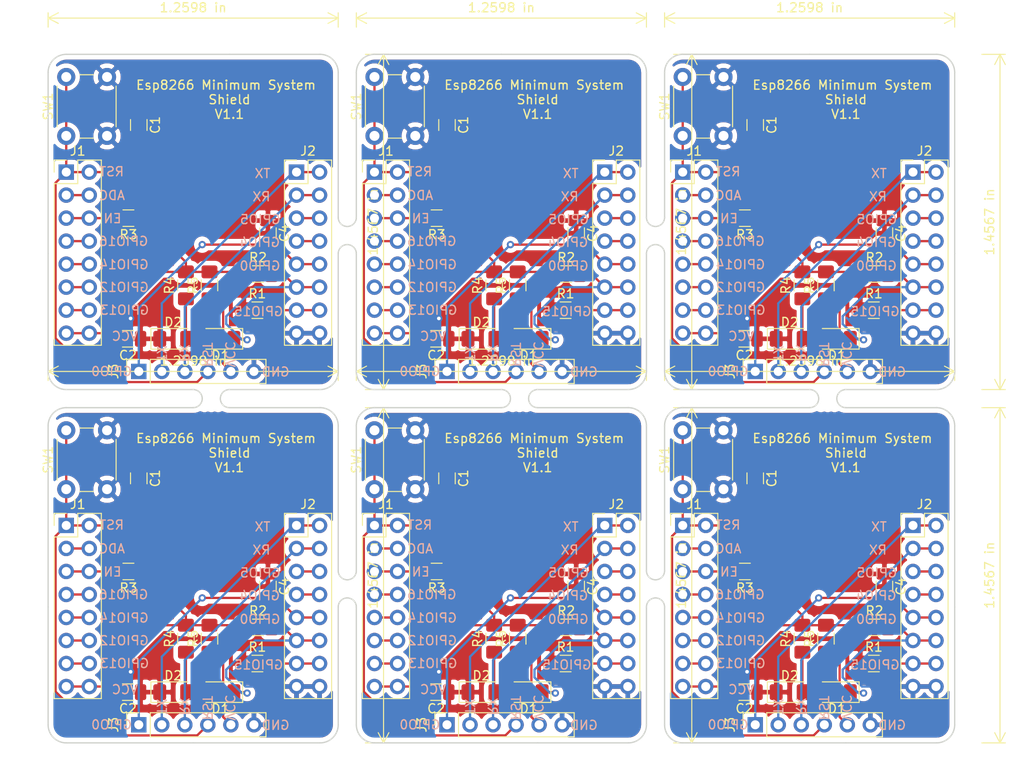
<source format=kicad_pcb>
(kicad_pcb (version 20171130) (host pcbnew "(5.1.9-0-10_14)")
  (layers (0 F.Cu signal) (31 B.Cu signal) (34 B.Paste user) (35 F.Paste user) (36 B.SilkS user) (37 F.SilkS user) (38 B.Mask user) (39 F.Mask user) (44 Edge.Cuts user))
  (net 0 "")
  (net 1 GND)
  (net 2 VCC)
  (net 3 IO13)
  (net 4 IO12)
  (net 5 IO14)
  (net 6 IO16)
  (net 7 EN)
  (net 8 ADC)
  (net 9 RST)
  (net 10 IO2)
  (net 11 IO4)
  (net 12 IO5)
  (net 13 RX)
  (net 14 TX)
  (net 15 "Net-(D1-Pad2)")
  (net 16 "Net-(D2-Pad2)")
  (net 17 IO15)
  (net 18 IO0)
  (module Panelization:mouse-bite-2mm-slot (layer F.Cu) (at 89 83 90)
    (fp_text reference mouse-bite-2mm-slot hide)
    (fp_text value VAL** hide)
    (pad "" np_thru_hole circle (at 0 -0.75 90) (size 0.5 0.5) (drill 0.5) (layers *.Cu *.Mask))
    (pad "" np_thru_hole circle (at 0 0.75 90) (size 0.5 0.5) (drill 0.5) (layers *.Cu *.Mask))
    (pad "" np_thru_hole circle (at 0.75 -0.75 90) (size 0.5 0.5) (drill 0.5) (layers *.Cu *.Mask))
    (pad "" np_thru_hole circle (at -0.75 -0.75 90) (size 0.5 0.5) (drill 0.5) (layers *.Cu *.Mask))
    (pad "" np_thru_hole circle (at -0.75 0.75 90) (size 0.5 0.5) (drill 0.5) (layers *.Cu *.Mask))
    (pad "" np_thru_hole circle (at 0.75 0.75 90) (size 0.5 0.5) (drill 0.5) (layers *.Cu *.Mask))
  )
  (module Panelization:mouse-bite-2mm-slot (layer F.Cu) (at 55 83 90)
    (fp_text reference mouse-bite-2mm-slot hide)
    (fp_text value VAL** hide)
    (pad "" np_thru_hole circle (at 0 -0.75 90) (size 0.5 0.5) (drill 0.5) (layers *.Cu *.Mask))
    (pad "" np_thru_hole circle (at 0 0.75 90) (size 0.5 0.5) (drill 0.5) (layers *.Cu *.Mask))
    (pad "" np_thru_hole circle (at 0.75 -0.75 90) (size 0.5 0.5) (drill 0.5) (layers *.Cu *.Mask))
    (pad "" np_thru_hole circle (at -0.75 -0.75 90) (size 0.5 0.5) (drill 0.5) (layers *.Cu *.Mask))
    (pad "" np_thru_hole circle (at -0.75 0.75 90) (size 0.5 0.5) (drill 0.5) (layers *.Cu *.Mask))
    (pad "" np_thru_hole circle (at 0.75 0.75 90) (size 0.5 0.5) (drill 0.5) (layers *.Cu *.Mask))
  )
  (module Panelization:mouse-bite-2mm-slot (layer F.Cu) (at 89 44 90)
    (fp_text reference mouse-bite-2mm-slot hide)
    (fp_text value VAL** hide)
    (pad "" np_thru_hole circle (at 0 -0.75 90) (size 0.5 0.5) (drill 0.5) (layers *.Cu *.Mask))
    (pad "" np_thru_hole circle (at 0 0.75 90) (size 0.5 0.5) (drill 0.5) (layers *.Cu *.Mask))
    (pad "" np_thru_hole circle (at 0.75 -0.75 90) (size 0.5 0.5) (drill 0.5) (layers *.Cu *.Mask))
    (pad "" np_thru_hole circle (at -0.75 -0.75 90) (size 0.5 0.5) (drill 0.5) (layers *.Cu *.Mask))
    (pad "" np_thru_hole circle (at -0.75 0.75 90) (size 0.5 0.5) (drill 0.5) (layers *.Cu *.Mask))
    (pad "" np_thru_hole circle (at 0.75 0.75 90) (size 0.5 0.5) (drill 0.5) (layers *.Cu *.Mask))
  )
  (module Panelization:mouse-bite-2mm-slot (layer F.Cu) (at 55 44 90)
    (fp_text reference mouse-bite-2mm-slot hide)
    (fp_text value VAL** hide)
    (pad "" np_thru_hole circle (at 0 -0.75 90) (size 0.5 0.5) (drill 0.5) (layers *.Cu *.Mask))
    (pad "" np_thru_hole circle (at 0 0.75 90) (size 0.5 0.5) (drill 0.5) (layers *.Cu *.Mask))
    (pad "" np_thru_hole circle (at 0.75 -0.75 90) (size 0.5 0.5) (drill 0.5) (layers *.Cu *.Mask))
    (pad "" np_thru_hole circle (at -0.75 -0.75 90) (size 0.5 0.5) (drill 0.5) (layers *.Cu *.Mask))
    (pad "" np_thru_hole circle (at -0.75 0.75 90) (size 0.5 0.5) (drill 0.5) (layers *.Cu *.Mask))
    (pad "" np_thru_hole circle (at 0.75 0.75 90) (size 0.5 0.5) (drill 0.5) (layers *.Cu *.Mask))
  )
  (module Panelization:mouse-bite-2mm-slot (layer F.Cu) (at 108 62 180)
    (fp_text reference mouse-bite-2mm-slot hide)
    (fp_text value VAL** hide)
    (pad "" np_thru_hole circle (at 0.75 0.75 180) (size 0.5 0.5) (drill 0.5) (layers *.Cu *.Mask))
    (pad "" np_thru_hole circle (at -0.75 0.75 180) (size 0.5 0.5) (drill 0.5) (layers *.Cu *.Mask))
    (pad "" np_thru_hole circle (at -0.75 -0.75 180) (size 0.5 0.5) (drill 0.5) (layers *.Cu *.Mask))
    (pad "" np_thru_hole circle (at 0.75 -0.75 180) (size 0.5 0.5) (drill 0.5) (layers *.Cu *.Mask))
    (pad "" np_thru_hole circle (at 0 0.75 180) (size 0.5 0.5) (drill 0.5) (layers *.Cu *.Mask))
    (pad "" np_thru_hole circle (at 0 -0.75 180) (size 0.5 0.5) (drill 0.5) (layers *.Cu *.Mask))
  )
  (module Panelization:mouse-bite-2mm-slot (layer F.Cu) (at 74 62 180)
    (fp_text reference mouse-bite-2mm-slot hide)
    (fp_text value VAL** hide)
    (pad "" np_thru_hole circle (at 0.75 0.75 180) (size 0.5 0.5) (drill 0.5) (layers *.Cu *.Mask))
    (pad "" np_thru_hole circle (at -0.75 0.75 180) (size 0.5 0.5) (drill 0.5) (layers *.Cu *.Mask))
    (pad "" np_thru_hole circle (at -0.75 -0.75 180) (size 0.5 0.5) (drill 0.5) (layers *.Cu *.Mask))
    (pad "" np_thru_hole circle (at 0.75 -0.75 180) (size 0.5 0.5) (drill 0.5) (layers *.Cu *.Mask))
    (pad "" np_thru_hole circle (at 0 0.75 180) (size 0.5 0.5) (drill 0.5) (layers *.Cu *.Mask))
    (pad "" np_thru_hole circle (at 0 -0.75 180) (size 0.5 0.5) (drill 0.5) (layers *.Cu *.Mask))
  )
  (module Connector_PinHeader_2.54mm:PinHeader_2x08_P2.54mm_Vertical (layer F.Cu) (at 92 76)
    (fp_text reference J1 (at 1.27 -2.33) (layer F.SilkS))
    (fp_text value Conn_02x08_Odd_Even)
    (pad 1 thru_hole rect (at 0 0) (size 1.7 1.7) (drill 1) (layers *.Cu *.Mask) (net 9 RST))
    (pad 2 thru_hole oval (at 2.54 0) (size 1.7 1.7) (drill 1) (layers *.Cu *.Mask) (net 9 RST))
    (pad 3 thru_hole oval (at 0 2.54) (size 1.7 1.7) (drill 1) (layers *.Cu *.Mask) (net 8 ADC))
    (pad 4 thru_hole oval (at 2.54 2.54) (size 1.7 1.7) (drill 1) (layers *.Cu *.Mask) (net 8 ADC))
    (pad 5 thru_hole oval (at 0 5.08) (size 1.7 1.7) (drill 1) (layers *.Cu *.Mask) (net 7 EN))
    (pad 6 thru_hole oval (at 2.54 5.08) (size 1.7 1.7) (drill 1) (layers *.Cu *.Mask) (net 7 EN))
    (pad 7 thru_hole oval (at 0 7.62) (size 1.7 1.7) (drill 1) (layers *.Cu *.Mask) (net 6 IO16))
    (pad 8 thru_hole oval (at 2.54 7.62) (size 1.7 1.7) (drill 1) (layers *.Cu *.Mask) (net 6 IO16))
    (pad 9 thru_hole oval (at 0 10.16) (size 1.7 1.7) (drill 1) (layers *.Cu *.Mask) (net 5 IO14))
    (pad 10 thru_hole oval (at 2.54 10.16) (size 1.7 1.7) (drill 1) (layers *.Cu *.Mask) (net 5 IO14))
    (pad 11 thru_hole oval (at 0 12.7) (size 1.7 1.7) (drill 1) (layers *.Cu *.Mask) (net 4 IO12))
    (pad 12 thru_hole oval (at 2.54 12.7) (size 1.7 1.7) (drill 1) (layers *.Cu *.Mask) (net 4 IO12))
    (pad 13 thru_hole oval (at 0 15.24) (size 1.7 1.7) (drill 1) (layers *.Cu *.Mask) (net 3 IO13))
    (pad 14 thru_hole oval (at 2.54 15.24) (size 1.7 1.7) (drill 1) (layers *.Cu *.Mask) (net 3 IO13))
    (pad 15 thru_hole oval (at 0 17.78) (size 1.7 1.7) (drill 1) (layers *.Cu *.Mask) (net 2 VCC))
    (pad 16 thru_hole oval (at 2.54 17.78) (size 1.7 1.7) (drill 1) (layers *.Cu *.Mask) (net 2 VCC))
  )
  (module Connector_PinHeader_2.54mm:PinHeader_2x08_P2.54mm_Vertical (layer F.Cu) (at 58 76)
    (fp_text reference J1 (at 1.27 -2.33) (layer F.SilkS))
    (fp_text value Conn_02x08_Odd_Even)
    (pad 1 thru_hole rect (at 0 0) (size 1.7 1.7) (drill 1) (layers *.Cu *.Mask) (net 9 RST))
    (pad 2 thru_hole oval (at 2.54 0) (size 1.7 1.7) (drill 1) (layers *.Cu *.Mask) (net 9 RST))
    (pad 3 thru_hole oval (at 0 2.54) (size 1.7 1.7) (drill 1) (layers *.Cu *.Mask) (net 8 ADC))
    (pad 4 thru_hole oval (at 2.54 2.54) (size 1.7 1.7) (drill 1) (layers *.Cu *.Mask) (net 8 ADC))
    (pad 5 thru_hole oval (at 0 5.08) (size 1.7 1.7) (drill 1) (layers *.Cu *.Mask) (net 7 EN))
    (pad 6 thru_hole oval (at 2.54 5.08) (size 1.7 1.7) (drill 1) (layers *.Cu *.Mask) (net 7 EN))
    (pad 7 thru_hole oval (at 0 7.62) (size 1.7 1.7) (drill 1) (layers *.Cu *.Mask) (net 6 IO16))
    (pad 8 thru_hole oval (at 2.54 7.62) (size 1.7 1.7) (drill 1) (layers *.Cu *.Mask) (net 6 IO16))
    (pad 9 thru_hole oval (at 0 10.16) (size 1.7 1.7) (drill 1) (layers *.Cu *.Mask) (net 5 IO14))
    (pad 10 thru_hole oval (at 2.54 10.16) (size 1.7 1.7) (drill 1) (layers *.Cu *.Mask) (net 5 IO14))
    (pad 11 thru_hole oval (at 0 12.7) (size 1.7 1.7) (drill 1) (layers *.Cu *.Mask) (net 4 IO12))
    (pad 12 thru_hole oval (at 2.54 12.7) (size 1.7 1.7) (drill 1) (layers *.Cu *.Mask) (net 4 IO12))
    (pad 13 thru_hole oval (at 0 15.24) (size 1.7 1.7) (drill 1) (layers *.Cu *.Mask) (net 3 IO13))
    (pad 14 thru_hole oval (at 2.54 15.24) (size 1.7 1.7) (drill 1) (layers *.Cu *.Mask) (net 3 IO13))
    (pad 15 thru_hole oval (at 0 17.78) (size 1.7 1.7) (drill 1) (layers *.Cu *.Mask) (net 2 VCC))
    (pad 16 thru_hole oval (at 2.54 17.78) (size 1.7 1.7) (drill 1) (layers *.Cu *.Mask) (net 2 VCC))
  )
  (module Connector_PinHeader_2.54mm:PinHeader_2x08_P2.54mm_Vertical (layer F.Cu) (at 24 76)
    (fp_text reference J1 (at 1.27 -2.33) (layer F.SilkS))
    (fp_text value Conn_02x08_Odd_Even)
    (pad 1 thru_hole rect (at 0 0) (size 1.7 1.7) (drill 1) (layers *.Cu *.Mask) (net 9 RST))
    (pad 2 thru_hole oval (at 2.54 0) (size 1.7 1.7) (drill 1) (layers *.Cu *.Mask) (net 9 RST))
    (pad 3 thru_hole oval (at 0 2.54) (size 1.7 1.7) (drill 1) (layers *.Cu *.Mask) (net 8 ADC))
    (pad 4 thru_hole oval (at 2.54 2.54) (size 1.7 1.7) (drill 1) (layers *.Cu *.Mask) (net 8 ADC))
    (pad 5 thru_hole oval (at 0 5.08) (size 1.7 1.7) (drill 1) (layers *.Cu *.Mask) (net 7 EN))
    (pad 6 thru_hole oval (at 2.54 5.08) (size 1.7 1.7) (drill 1) (layers *.Cu *.Mask) (net 7 EN))
    (pad 7 thru_hole oval (at 0 7.62) (size 1.7 1.7) (drill 1) (layers *.Cu *.Mask) (net 6 IO16))
    (pad 8 thru_hole oval (at 2.54 7.62) (size 1.7 1.7) (drill 1) (layers *.Cu *.Mask) (net 6 IO16))
    (pad 9 thru_hole oval (at 0 10.16) (size 1.7 1.7) (drill 1) (layers *.Cu *.Mask) (net 5 IO14))
    (pad 10 thru_hole oval (at 2.54 10.16) (size 1.7 1.7) (drill 1) (layers *.Cu *.Mask) (net 5 IO14))
    (pad 11 thru_hole oval (at 0 12.7) (size 1.7 1.7) (drill 1) (layers *.Cu *.Mask) (net 4 IO12))
    (pad 12 thru_hole oval (at 2.54 12.7) (size 1.7 1.7) (drill 1) (layers *.Cu *.Mask) (net 4 IO12))
    (pad 13 thru_hole oval (at 0 15.24) (size 1.7 1.7) (drill 1) (layers *.Cu *.Mask) (net 3 IO13))
    (pad 14 thru_hole oval (at 2.54 15.24) (size 1.7 1.7) (drill 1) (layers *.Cu *.Mask) (net 3 IO13))
    (pad 15 thru_hole oval (at 0 17.78) (size 1.7 1.7) (drill 1) (layers *.Cu *.Mask) (net 2 VCC))
    (pad 16 thru_hole oval (at 2.54 17.78) (size 1.7 1.7) (drill 1) (layers *.Cu *.Mask) (net 2 VCC))
  )
  (module Connector_PinHeader_2.54mm:PinHeader_2x08_P2.54mm_Vertical (layer F.Cu) (at 92 37)
    (fp_text reference J1 (at 1.27 -2.33) (layer F.SilkS))
    (fp_text value Conn_02x08_Odd_Even)
    (pad 1 thru_hole rect (at 0 0) (size 1.7 1.7) (drill 1) (layers *.Cu *.Mask) (net 9 RST))
    (pad 2 thru_hole oval (at 2.54 0) (size 1.7 1.7) (drill 1) (layers *.Cu *.Mask) (net 9 RST))
    (pad 3 thru_hole oval (at 0 2.54) (size 1.7 1.7) (drill 1) (layers *.Cu *.Mask) (net 8 ADC))
    (pad 4 thru_hole oval (at 2.54 2.54) (size 1.7 1.7) (drill 1) (layers *.Cu *.Mask) (net 8 ADC))
    (pad 5 thru_hole oval (at 0 5.08) (size 1.7 1.7) (drill 1) (layers *.Cu *.Mask) (net 7 EN))
    (pad 6 thru_hole oval (at 2.54 5.08) (size 1.7 1.7) (drill 1) (layers *.Cu *.Mask) (net 7 EN))
    (pad 7 thru_hole oval (at 0 7.62) (size 1.7 1.7) (drill 1) (layers *.Cu *.Mask) (net 6 IO16))
    (pad 8 thru_hole oval (at 2.54 7.62) (size 1.7 1.7) (drill 1) (layers *.Cu *.Mask) (net 6 IO16))
    (pad 9 thru_hole oval (at 0 10.16) (size 1.7 1.7) (drill 1) (layers *.Cu *.Mask) (net 5 IO14))
    (pad 10 thru_hole oval (at 2.54 10.16) (size 1.7 1.7) (drill 1) (layers *.Cu *.Mask) (net 5 IO14))
    (pad 11 thru_hole oval (at 0 12.7) (size 1.7 1.7) (drill 1) (layers *.Cu *.Mask) (net 4 IO12))
    (pad 12 thru_hole oval (at 2.54 12.7) (size 1.7 1.7) (drill 1) (layers *.Cu *.Mask) (net 4 IO12))
    (pad 13 thru_hole oval (at 0 15.24) (size 1.7 1.7) (drill 1) (layers *.Cu *.Mask) (net 3 IO13))
    (pad 14 thru_hole oval (at 2.54 15.24) (size 1.7 1.7) (drill 1) (layers *.Cu *.Mask) (net 3 IO13))
    (pad 15 thru_hole oval (at 0 17.78) (size 1.7 1.7) (drill 1) (layers *.Cu *.Mask) (net 2 VCC))
    (pad 16 thru_hole oval (at 2.54 17.78) (size 1.7 1.7) (drill 1) (layers *.Cu *.Mask) (net 2 VCC))
  )
  (module Connector_PinHeader_2.54mm:PinHeader_2x08_P2.54mm_Vertical (layer F.Cu) (at 58 37)
    (fp_text reference J1 (at 1.27 -2.33) (layer F.SilkS))
    (fp_text value Conn_02x08_Odd_Even)
    (pad 1 thru_hole rect (at 0 0) (size 1.7 1.7) (drill 1) (layers *.Cu *.Mask) (net 9 RST))
    (pad 2 thru_hole oval (at 2.54 0) (size 1.7 1.7) (drill 1) (layers *.Cu *.Mask) (net 9 RST))
    (pad 3 thru_hole oval (at 0 2.54) (size 1.7 1.7) (drill 1) (layers *.Cu *.Mask) (net 8 ADC))
    (pad 4 thru_hole oval (at 2.54 2.54) (size 1.7 1.7) (drill 1) (layers *.Cu *.Mask) (net 8 ADC))
    (pad 5 thru_hole oval (at 0 5.08) (size 1.7 1.7) (drill 1) (layers *.Cu *.Mask) (net 7 EN))
    (pad 6 thru_hole oval (at 2.54 5.08) (size 1.7 1.7) (drill 1) (layers *.Cu *.Mask) (net 7 EN))
    (pad 7 thru_hole oval (at 0 7.62) (size 1.7 1.7) (drill 1) (layers *.Cu *.Mask) (net 6 IO16))
    (pad 8 thru_hole oval (at 2.54 7.62) (size 1.7 1.7) (drill 1) (layers *.Cu *.Mask) (net 6 IO16))
    (pad 9 thru_hole oval (at 0 10.16) (size 1.7 1.7) (drill 1) (layers *.Cu *.Mask) (net 5 IO14))
    (pad 10 thru_hole oval (at 2.54 10.16) (size 1.7 1.7) (drill 1) (layers *.Cu *.Mask) (net 5 IO14))
    (pad 11 thru_hole oval (at 0 12.7) (size 1.7 1.7) (drill 1) (layers *.Cu *.Mask) (net 4 IO12))
    (pad 12 thru_hole oval (at 2.54 12.7) (size 1.7 1.7) (drill 1) (layers *.Cu *.Mask) (net 4 IO12))
    (pad 13 thru_hole oval (at 0 15.24) (size 1.7 1.7) (drill 1) (layers *.Cu *.Mask) (net 3 IO13))
    (pad 14 thru_hole oval (at 2.54 15.24) (size 1.7 1.7) (drill 1) (layers *.Cu *.Mask) (net 3 IO13))
    (pad 15 thru_hole oval (at 0 17.78) (size 1.7 1.7) (drill 1) (layers *.Cu *.Mask) (net 2 VCC))
    (pad 16 thru_hole oval (at 2.54 17.78) (size 1.7 1.7) (drill 1) (layers *.Cu *.Mask) (net 2 VCC))
  )
  (module Connector_PinHeader_2.54mm:PinHeader_2x08_P2.54mm_Vertical (layer F.Cu) (at 117.4 76)
    (fp_text reference J2 (at 1.27 -2.33) (layer F.SilkS))
    (fp_text value Conn_02x08_Odd_Even)
    (pad 1 thru_hole rect (at 0 0) (size 1.7 1.7) (drill 1) (layers *.Cu *.Mask) (net 14 TX))
    (pad 2 thru_hole oval (at 2.54 0) (size 1.7 1.7) (drill 1) (layers *.Cu *.Mask) (net 14 TX))
    (pad 3 thru_hole oval (at 0 2.54) (size 1.7 1.7) (drill 1) (layers *.Cu *.Mask) (net 13 RX))
    (pad 4 thru_hole oval (at 2.54 2.54) (size 1.7 1.7) (drill 1) (layers *.Cu *.Mask) (net 13 RX))
    (pad 5 thru_hole oval (at 0 5.08) (size 1.7 1.7) (drill 1) (layers *.Cu *.Mask) (net 12 IO5))
    (pad 6 thru_hole oval (at 2.54 5.08) (size 1.7 1.7) (drill 1) (layers *.Cu *.Mask) (net 12 IO5))
    (pad 7 thru_hole oval (at 0 7.62) (size 1.7 1.7) (drill 1) (layers *.Cu *.Mask) (net 11 IO4))
    (pad 8 thru_hole oval (at 2.54 7.62) (size 1.7 1.7) (drill 1) (layers *.Cu *.Mask) (net 11 IO4))
    (pad 9 thru_hole oval (at 0 10.16) (size 1.7 1.7) (drill 1) (layers *.Cu *.Mask) (net 18 IO0))
    (pad 10 thru_hole oval (at 2.54 10.16) (size 1.7 1.7) (drill 1) (layers *.Cu *.Mask) (net 18 IO0))
    (pad 11 thru_hole oval (at 0 12.7) (size 1.7 1.7) (drill 1) (layers *.Cu *.Mask) (net 10 IO2))
    (pad 12 thru_hole oval (at 2.54 12.7) (size 1.7 1.7) (drill 1) (layers *.Cu *.Mask) (net 10 IO2))
    (pad 13 thru_hole oval (at 0 15.24) (size 1.7 1.7) (drill 1) (layers *.Cu *.Mask) (net 17 IO15))
    (pad 14 thru_hole oval (at 2.54 15.24) (size 1.7 1.7) (drill 1) (layers *.Cu *.Mask) (net 17 IO15))
    (pad 15 thru_hole oval (at 0 17.78) (size 1.7 1.7) (drill 1) (layers *.Cu *.Mask) (net 1 GND))
    (pad 16 thru_hole oval (at 2.54 17.78) (size 1.7 1.7) (drill 1) (layers *.Cu *.Mask) (net 1 GND))
  )
  (module Connector_PinHeader_2.54mm:PinHeader_2x08_P2.54mm_Vertical (layer F.Cu) (at 83.4 76)
    (fp_text reference J2 (at 1.27 -2.33) (layer F.SilkS))
    (fp_text value Conn_02x08_Odd_Even)
    (pad 1 thru_hole rect (at 0 0) (size 1.7 1.7) (drill 1) (layers *.Cu *.Mask) (net 14 TX))
    (pad 2 thru_hole oval (at 2.54 0) (size 1.7 1.7) (drill 1) (layers *.Cu *.Mask) (net 14 TX))
    (pad 3 thru_hole oval (at 0 2.54) (size 1.7 1.7) (drill 1) (layers *.Cu *.Mask) (net 13 RX))
    (pad 4 thru_hole oval (at 2.54 2.54) (size 1.7 1.7) (drill 1) (layers *.Cu *.Mask) (net 13 RX))
    (pad 5 thru_hole oval (at 0 5.08) (size 1.7 1.7) (drill 1) (layers *.Cu *.Mask) (net 12 IO5))
    (pad 6 thru_hole oval (at 2.54 5.08) (size 1.7 1.7) (drill 1) (layers *.Cu *.Mask) (net 12 IO5))
    (pad 7 thru_hole oval (at 0 7.62) (size 1.7 1.7) (drill 1) (layers *.Cu *.Mask) (net 11 IO4))
    (pad 8 thru_hole oval (at 2.54 7.62) (size 1.7 1.7) (drill 1) (layers *.Cu *.Mask) (net 11 IO4))
    (pad 9 thru_hole oval (at 0 10.16) (size 1.7 1.7) (drill 1) (layers *.Cu *.Mask) (net 18 IO0))
    (pad 10 thru_hole oval (at 2.54 10.16) (size 1.7 1.7) (drill 1) (layers *.Cu *.Mask) (net 18 IO0))
    (pad 11 thru_hole oval (at 0 12.7) (size 1.7 1.7) (drill 1) (layers *.Cu *.Mask) (net 10 IO2))
    (pad 12 thru_hole oval (at 2.54 12.7) (size 1.7 1.7) (drill 1) (layers *.Cu *.Mask) (net 10 IO2))
    (pad 13 thru_hole oval (at 0 15.24) (size 1.7 1.7) (drill 1) (layers *.Cu *.Mask) (net 17 IO15))
    (pad 14 thru_hole oval (at 2.54 15.24) (size 1.7 1.7) (drill 1) (layers *.Cu *.Mask) (net 17 IO15))
    (pad 15 thru_hole oval (at 0 17.78) (size 1.7 1.7) (drill 1) (layers *.Cu *.Mask) (net 1 GND))
    (pad 16 thru_hole oval (at 2.54 17.78) (size 1.7 1.7) (drill 1) (layers *.Cu *.Mask) (net 1 GND))
  )
  (module Connector_PinHeader_2.54mm:PinHeader_2x08_P2.54mm_Vertical (layer F.Cu) (at 49.4 76)
    (fp_text reference J2 (at 1.27 -2.33) (layer F.SilkS))
    (fp_text value Conn_02x08_Odd_Even)
    (pad 1 thru_hole rect (at 0 0) (size 1.7 1.7) (drill 1) (layers *.Cu *.Mask) (net 14 TX))
    (pad 2 thru_hole oval (at 2.54 0) (size 1.7 1.7) (drill 1) (layers *.Cu *.Mask) (net 14 TX))
    (pad 3 thru_hole oval (at 0 2.54) (size 1.7 1.7) (drill 1) (layers *.Cu *.Mask) (net 13 RX))
    (pad 4 thru_hole oval (at 2.54 2.54) (size 1.7 1.7) (drill 1) (layers *.Cu *.Mask) (net 13 RX))
    (pad 5 thru_hole oval (at 0 5.08) (size 1.7 1.7) (drill 1) (layers *.Cu *.Mask) (net 12 IO5))
    (pad 6 thru_hole oval (at 2.54 5.08) (size 1.7 1.7) (drill 1) (layers *.Cu *.Mask) (net 12 IO5))
    (pad 7 thru_hole oval (at 0 7.62) (size 1.7 1.7) (drill 1) (layers *.Cu *.Mask) (net 11 IO4))
    (pad 8 thru_hole oval (at 2.54 7.62) (size 1.7 1.7) (drill 1) (layers *.Cu *.Mask) (net 11 IO4))
    (pad 9 thru_hole oval (at 0 10.16) (size 1.7 1.7) (drill 1) (layers *.Cu *.Mask) (net 18 IO0))
    (pad 10 thru_hole oval (at 2.54 10.16) (size 1.7 1.7) (drill 1) (layers *.Cu *.Mask) (net 18 IO0))
    (pad 11 thru_hole oval (at 0 12.7) (size 1.7 1.7) (drill 1) (layers *.Cu *.Mask) (net 10 IO2))
    (pad 12 thru_hole oval (at 2.54 12.7) (size 1.7 1.7) (drill 1) (layers *.Cu *.Mask) (net 10 IO2))
    (pad 13 thru_hole oval (at 0 15.24) (size 1.7 1.7) (drill 1) (layers *.Cu *.Mask) (net 17 IO15))
    (pad 14 thru_hole oval (at 2.54 15.24) (size 1.7 1.7) (drill 1) (layers *.Cu *.Mask) (net 17 IO15))
    (pad 15 thru_hole oval (at 0 17.78) (size 1.7 1.7) (drill 1) (layers *.Cu *.Mask) (net 1 GND))
    (pad 16 thru_hole oval (at 2.54 17.78) (size 1.7 1.7) (drill 1) (layers *.Cu *.Mask) (net 1 GND))
  )
  (module Connector_PinHeader_2.54mm:PinHeader_2x08_P2.54mm_Vertical (layer F.Cu) (at 117.4 37)
    (fp_text reference J2 (at 1.27 -2.33) (layer F.SilkS))
    (fp_text value Conn_02x08_Odd_Even)
    (pad 1 thru_hole rect (at 0 0) (size 1.7 1.7) (drill 1) (layers *.Cu *.Mask) (net 14 TX))
    (pad 2 thru_hole oval (at 2.54 0) (size 1.7 1.7) (drill 1) (layers *.Cu *.Mask) (net 14 TX))
    (pad 3 thru_hole oval (at 0 2.54) (size 1.7 1.7) (drill 1) (layers *.Cu *.Mask) (net 13 RX))
    (pad 4 thru_hole oval (at 2.54 2.54) (size 1.7 1.7) (drill 1) (layers *.Cu *.Mask) (net 13 RX))
    (pad 5 thru_hole oval (at 0 5.08) (size 1.7 1.7) (drill 1) (layers *.Cu *.Mask) (net 12 IO5))
    (pad 6 thru_hole oval (at 2.54 5.08) (size 1.7 1.7) (drill 1) (layers *.Cu *.Mask) (net 12 IO5))
    (pad 7 thru_hole oval (at 0 7.62) (size 1.7 1.7) (drill 1) (layers *.Cu *.Mask) (net 11 IO4))
    (pad 8 thru_hole oval (at 2.54 7.62) (size 1.7 1.7) (drill 1) (layers *.Cu *.Mask) (net 11 IO4))
    (pad 9 thru_hole oval (at 0 10.16) (size 1.7 1.7) (drill 1) (layers *.Cu *.Mask) (net 18 IO0))
    (pad 10 thru_hole oval (at 2.54 10.16) (size 1.7 1.7) (drill 1) (layers *.Cu *.Mask) (net 18 IO0))
    (pad 11 thru_hole oval (at 0 12.7) (size 1.7 1.7) (drill 1) (layers *.Cu *.Mask) (net 10 IO2))
    (pad 12 thru_hole oval (at 2.54 12.7) (size 1.7 1.7) (drill 1) (layers *.Cu *.Mask) (net 10 IO2))
    (pad 13 thru_hole oval (at 0 15.24) (size 1.7 1.7) (drill 1) (layers *.Cu *.Mask) (net 17 IO15))
    (pad 14 thru_hole oval (at 2.54 15.24) (size 1.7 1.7) (drill 1) (layers *.Cu *.Mask) (net 17 IO15))
    (pad 15 thru_hole oval (at 0 17.78) (size 1.7 1.7) (drill 1) (layers *.Cu *.Mask) (net 1 GND))
    (pad 16 thru_hole oval (at 2.54 17.78) (size 1.7 1.7) (drill 1) (layers *.Cu *.Mask) (net 1 GND))
  )
  (module Connector_PinHeader_2.54mm:PinHeader_2x08_P2.54mm_Vertical (layer F.Cu) (at 83.4 37)
    (fp_text reference J2 (at 1.27 -2.33) (layer F.SilkS))
    (fp_text value Conn_02x08_Odd_Even)
    (pad 1 thru_hole rect (at 0 0) (size 1.7 1.7) (drill 1) (layers *.Cu *.Mask) (net 14 TX))
    (pad 2 thru_hole oval (at 2.54 0) (size 1.7 1.7) (drill 1) (layers *.Cu *.Mask) (net 14 TX))
    (pad 3 thru_hole oval (at 0 2.54) (size 1.7 1.7) (drill 1) (layers *.Cu *.Mask) (net 13 RX))
    (pad 4 thru_hole oval (at 2.54 2.54) (size 1.7 1.7) (drill 1) (layers *.Cu *.Mask) (net 13 RX))
    (pad 5 thru_hole oval (at 0 5.08) (size 1.7 1.7) (drill 1) (layers *.Cu *.Mask) (net 12 IO5))
    (pad 6 thru_hole oval (at 2.54 5.08) (size 1.7 1.7) (drill 1) (layers *.Cu *.Mask) (net 12 IO5))
    (pad 7 thru_hole oval (at 0 7.62) (size 1.7 1.7) (drill 1) (layers *.Cu *.Mask) (net 11 IO4))
    (pad 8 thru_hole oval (at 2.54 7.62) (size 1.7 1.7) (drill 1) (layers *.Cu *.Mask) (net 11 IO4))
    (pad 9 thru_hole oval (at 0 10.16) (size 1.7 1.7) (drill 1) (layers *.Cu *.Mask) (net 18 IO0))
    (pad 10 thru_hole oval (at 2.54 10.16) (size 1.7 1.7) (drill 1) (layers *.Cu *.Mask) (net 18 IO0))
    (pad 11 thru_hole oval (at 0 12.7) (size 1.7 1.7) (drill 1) (layers *.Cu *.Mask) (net 10 IO2))
    (pad 12 thru_hole oval (at 2.54 12.7) (size 1.7 1.7) (drill 1) (layers *.Cu *.Mask) (net 10 IO2))
    (pad 13 thru_hole oval (at 0 15.24) (size 1.7 1.7) (drill 1) (layers *.Cu *.Mask) (net 17 IO15))
    (pad 14 thru_hole oval (at 2.54 15.24) (size 1.7 1.7) (drill 1) (layers *.Cu *.Mask) (net 17 IO15))
    (pad 15 thru_hole oval (at 0 17.78) (size 1.7 1.7) (drill 1) (layers *.Cu *.Mask) (net 1 GND))
    (pad 16 thru_hole oval (at 2.54 17.78) (size 1.7 1.7) (drill 1) (layers *.Cu *.Mask) (net 1 GND))
  )
  (module LED_SMD:LED_1206_3216Metric_Pad1.42x1.75mm_HandSolder (layer F.Cu) (at 109 94.4 180)
    (fp_text reference D1 (at 0 -1.82) (layer F.SilkS))
    (fp_text value GREEN)
    (pad 1 smd roundrect (at -1.4875 0 180) (size 1.425 1.75) (layers F.Cu F.Paste F.Mask) (roundrect_rratio 0.1754385964912281) (net 10 IO2))
    (pad 2 smd roundrect (at 1.4875 0 180) (size 1.425 1.75) (layers F.Cu F.Paste F.Mask) (roundrect_rratio 0.1754385964912281) (net 15 "Net-(D1-Pad2)"))
  )
  (module LED_SMD:LED_1206_3216Metric_Pad1.42x1.75mm_HandSolder (layer F.Cu) (at 75 94.4 180)
    (fp_text reference D1 (at 0 -1.82) (layer F.SilkS))
    (fp_text value GREEN)
    (pad 1 smd roundrect (at -1.4875 0 180) (size 1.425 1.75) (layers F.Cu F.Paste F.Mask) (roundrect_rratio 0.1754385964912281) (net 10 IO2))
    (pad 2 smd roundrect (at 1.4875 0 180) (size 1.425 1.75) (layers F.Cu F.Paste F.Mask) (roundrect_rratio 0.1754385964912281) (net 15 "Net-(D1-Pad2)"))
  )
  (module LED_SMD:LED_1206_3216Metric_Pad1.42x1.75mm_HandSolder (layer F.Cu) (at 41 94.4 180)
    (fp_text reference D1 (at 0 -1.82) (layer F.SilkS))
    (fp_text value GREEN)
    (pad 1 smd roundrect (at -1.4875 0 180) (size 1.425 1.75) (layers F.Cu F.Paste F.Mask) (roundrect_rratio 0.1754385964912281) (net 10 IO2))
    (pad 2 smd roundrect (at 1.4875 0 180) (size 1.425 1.75) (layers F.Cu F.Paste F.Mask) (roundrect_rratio 0.1754385964912281) (net 15 "Net-(D1-Pad2)"))
  )
  (module LED_SMD:LED_1206_3216Metric_Pad1.42x1.75mm_HandSolder (layer F.Cu) (at 109 55.4 180)
    (fp_text reference D1 (at 0 -1.82) (layer F.SilkS))
    (fp_text value GREEN)
    (pad 1 smd roundrect (at -1.4875 0 180) (size 1.425 1.75) (layers F.Cu F.Paste F.Mask) (roundrect_rratio 0.1754385964912281) (net 10 IO2))
    (pad 2 smd roundrect (at 1.4875 0 180) (size 1.425 1.75) (layers F.Cu F.Paste F.Mask) (roundrect_rratio 0.1754385964912281) (net 15 "Net-(D1-Pad2)"))
  )
  (module LED_SMD:LED_1206_3216Metric_Pad1.42x1.75mm_HandSolder (layer F.Cu) (at 75 55.4 180)
    (fp_text reference D1 (at 0 -1.82) (layer F.SilkS))
    (fp_text value GREEN)
    (pad 1 smd roundrect (at -1.4875 0 180) (size 1.425 1.75) (layers F.Cu F.Paste F.Mask) (roundrect_rratio 0.1754385964912281) (net 10 IO2))
    (pad 2 smd roundrect (at 1.4875 0 180) (size 1.425 1.75) (layers F.Cu F.Paste F.Mask) (roundrect_rratio 0.1754385964912281) (net 15 "Net-(D1-Pad2)"))
  )
  (module LED_SMD:LED_1206_3216Metric_Pad1.42x1.75mm_HandSolder (layer F.Cu) (at 103.8 94.4)
    (fp_text reference D2 (at 0 -1.82) (layer F.SilkS))
    (fp_text value RED)
    (pad 1 smd roundrect (at -1.4875 0) (size 1.425 1.75) (layers F.Cu F.Paste F.Mask) (roundrect_rratio 0.1754385964912281) (net 1 GND))
    (pad 2 smd roundrect (at 1.4875 0) (size 1.425 1.75) (layers F.Cu F.Paste F.Mask) (roundrect_rratio 0.1754385964912281) (net 16 "Net-(D2-Pad2)"))
  )
  (module LED_SMD:LED_1206_3216Metric_Pad1.42x1.75mm_HandSolder (layer F.Cu) (at 69.8 94.4)
    (fp_text reference D2 (at 0 -1.82) (layer F.SilkS))
    (fp_text value RED)
    (pad 1 smd roundrect (at -1.4875 0) (size 1.425 1.75) (layers F.Cu F.Paste F.Mask) (roundrect_rratio 0.1754385964912281) (net 1 GND))
    (pad 2 smd roundrect (at 1.4875 0) (size 1.425 1.75) (layers F.Cu F.Paste F.Mask) (roundrect_rratio 0.1754385964912281) (net 16 "Net-(D2-Pad2)"))
  )
  (module LED_SMD:LED_1206_3216Metric_Pad1.42x1.75mm_HandSolder (layer F.Cu) (at 35.8 94.4)
    (fp_text reference D2 (at 0 -1.82) (layer F.SilkS))
    (fp_text value RED)
    (pad 1 smd roundrect (at -1.4875 0) (size 1.425 1.75) (layers F.Cu F.Paste F.Mask) (roundrect_rratio 0.1754385964912281) (net 1 GND))
    (pad 2 smd roundrect (at 1.4875 0) (size 1.425 1.75) (layers F.Cu F.Paste F.Mask) (roundrect_rratio 0.1754385964912281) (net 16 "Net-(D2-Pad2)"))
  )
  (module LED_SMD:LED_1206_3216Metric_Pad1.42x1.75mm_HandSolder (layer F.Cu) (at 103.8 55.4)
    (fp_text reference D2 (at 0 -1.82) (layer F.SilkS))
    (fp_text value RED)
    (pad 1 smd roundrect (at -1.4875 0) (size 1.425 1.75) (layers F.Cu F.Paste F.Mask) (roundrect_rratio 0.1754385964912281) (net 1 GND))
    (pad 2 smd roundrect (at 1.4875 0) (size 1.425 1.75) (layers F.Cu F.Paste F.Mask) (roundrect_rratio 0.1754385964912281) (net 16 "Net-(D2-Pad2)"))
  )
  (module LED_SMD:LED_1206_3216Metric_Pad1.42x1.75mm_HandSolder (layer F.Cu) (at 69.8 55.4)
    (fp_text reference D2 (at 0 -1.82) (layer F.SilkS))
    (fp_text value RED)
    (pad 1 smd roundrect (at -1.4875 0) (size 1.425 1.75) (layers F.Cu F.Paste F.Mask) (roundrect_rratio 0.1754385964912281) (net 1 GND))
    (pad 2 smd roundrect (at 1.4875 0) (size 1.425 1.75) (layers F.Cu F.Paste F.Mask) (roundrect_rratio 0.1754385964912281) (net 16 "Net-(D2-Pad2)"))
  )
  (module Resistor_SMD:R_1206_3216Metric_Pad1.42x1.75mm_HandSolder (layer F.Cu) (at 105.2 88.5 90)
    (fp_text reference R4 (at 0 -1.82 90) (layer F.SilkS))
    (fp_text value 220)
    (pad 1 smd roundrect (at -1.4875 0 90) (size 1.425 1.75) (layers F.Cu F.Paste F.Mask) (roundrect_rratio 0.1754385964912281) (net 16 "Net-(D2-Pad2)"))
    (pad 2 smd roundrect (at 1.4875 0 90) (size 1.425 1.75) (layers F.Cu F.Paste F.Mask) (roundrect_rratio 0.1754385964912281) (net 2 VCC))
  )
  (module Resistor_SMD:R_1206_3216Metric_Pad1.42x1.75mm_HandSolder (layer F.Cu) (at 71.2 88.5 90)
    (fp_text reference R4 (at 0 -1.82 90) (layer F.SilkS))
    (fp_text value 220)
    (pad 1 smd roundrect (at -1.4875 0 90) (size 1.425 1.75) (layers F.Cu F.Paste F.Mask) (roundrect_rratio 0.1754385964912281) (net 16 "Net-(D2-Pad2)"))
    (pad 2 smd roundrect (at 1.4875 0 90) (size 1.425 1.75) (layers F.Cu F.Paste F.Mask) (roundrect_rratio 0.1754385964912281) (net 2 VCC))
  )
  (module Resistor_SMD:R_1206_3216Metric_Pad1.42x1.75mm_HandSolder (layer F.Cu) (at 37.2 88.5 90)
    (fp_text reference R4 (at 0 -1.82 90) (layer F.SilkS))
    (fp_text value 220)
    (pad 1 smd roundrect (at -1.4875 0 90) (size 1.425 1.75) (layers F.Cu F.Paste F.Mask) (roundrect_rratio 0.1754385964912281) (net 16 "Net-(D2-Pad2)"))
    (pad 2 smd roundrect (at 1.4875 0 90) (size 1.425 1.75) (layers F.Cu F.Paste F.Mask) (roundrect_rratio 0.1754385964912281) (net 2 VCC))
  )
  (module Resistor_SMD:R_1206_3216Metric_Pad1.42x1.75mm_HandSolder (layer F.Cu) (at 105.2 49.5 90)
    (fp_text reference R4 (at 0 -1.82 90) (layer F.SilkS))
    (fp_text value 220)
    (pad 1 smd roundrect (at -1.4875 0 90) (size 1.425 1.75) (layers F.Cu F.Paste F.Mask) (roundrect_rratio 0.1754385964912281) (net 16 "Net-(D2-Pad2)"))
    (pad 2 smd roundrect (at 1.4875 0 90) (size 1.425 1.75) (layers F.Cu F.Paste F.Mask) (roundrect_rratio 0.1754385964912281) (net 2 VCC))
  )
  (module Resistor_SMD:R_1206_3216Metric_Pad1.42x1.75mm_HandSolder (layer F.Cu) (at 71.2 49.5 90)
    (fp_text reference R4 (at 0 -1.82 90) (layer F.SilkS))
    (fp_text value 220)
    (pad 1 smd roundrect (at -1.4875 0 90) (size 1.425 1.75) (layers F.Cu F.Paste F.Mask) (roundrect_rratio 0.1754385964912281) (net 16 "Net-(D2-Pad2)"))
    (pad 2 smd roundrect (at 1.4875 0 90) (size 1.425 1.75) (layers F.Cu F.Paste F.Mask) (roundrect_rratio 0.1754385964912281) (net 2 VCC))
  )
  (module Resistor_SMD:R_1206_3216Metric_Pad1.42x1.75mm_HandSolder (layer F.Cu) (at 107.8 88.5 90)
    (fp_text reference R5 (at 0 -1.82 90) (layer F.SilkS))
    (fp_text value 220)
    (pad 1 smd roundrect (at -1.4875 0 90) (size 1.425 1.75) (layers F.Cu F.Paste F.Mask) (roundrect_rratio 0.1754385964912281) (net 15 "Net-(D1-Pad2)"))
    (pad 2 smd roundrect (at 1.4875 0 90) (size 1.425 1.75) (layers F.Cu F.Paste F.Mask) (roundrect_rratio 0.1754385964912281) (net 2 VCC))
  )
  (module Resistor_SMD:R_1206_3216Metric_Pad1.42x1.75mm_HandSolder (layer F.Cu) (at 73.8 88.5 90)
    (fp_text reference R5 (at 0 -1.82 90) (layer F.SilkS))
    (fp_text value 220)
    (pad 1 smd roundrect (at -1.4875 0 90) (size 1.425 1.75) (layers F.Cu F.Paste F.Mask) (roundrect_rratio 0.1754385964912281) (net 15 "Net-(D1-Pad2)"))
    (pad 2 smd roundrect (at 1.4875 0 90) (size 1.425 1.75) (layers F.Cu F.Paste F.Mask) (roundrect_rratio 0.1754385964912281) (net 2 VCC))
  )
  (module Resistor_SMD:R_1206_3216Metric_Pad1.42x1.75mm_HandSolder (layer F.Cu) (at 39.8 88.5 90)
    (fp_text reference R5 (at 0 -1.82 90) (layer F.SilkS))
    (fp_text value 220)
    (pad 1 smd roundrect (at -1.4875 0 90) (size 1.425 1.75) (layers F.Cu F.Paste F.Mask) (roundrect_rratio 0.1754385964912281) (net 15 "Net-(D1-Pad2)"))
    (pad 2 smd roundrect (at 1.4875 0 90) (size 1.425 1.75) (layers F.Cu F.Paste F.Mask) (roundrect_rratio 0.1754385964912281) (net 2 VCC))
  )
  (module Resistor_SMD:R_1206_3216Metric_Pad1.42x1.75mm_HandSolder (layer F.Cu) (at 107.8 49.5 90)
    (fp_text reference R5 (at 0 -1.82 90) (layer F.SilkS))
    (fp_text value 220)
    (pad 1 smd roundrect (at -1.4875 0 90) (size 1.425 1.75) (layers F.Cu F.Paste F.Mask) (roundrect_rratio 0.1754385964912281) (net 15 "Net-(D1-Pad2)"))
    (pad 2 smd roundrect (at 1.4875 0 90) (size 1.425 1.75) (layers F.Cu F.Paste F.Mask) (roundrect_rratio 0.1754385964912281) (net 2 VCC))
  )
  (module Resistor_SMD:R_1206_3216Metric_Pad1.42x1.75mm_HandSolder (layer F.Cu) (at 73.8 49.5 90)
    (fp_text reference R5 (at 0 -1.82 90) (layer F.SilkS))
    (fp_text value 220)
    (pad 1 smd roundrect (at -1.4875 0 90) (size 1.425 1.75) (layers F.Cu F.Paste F.Mask) (roundrect_rratio 0.1754385964912281) (net 15 "Net-(D1-Pad2)"))
    (pad 2 smd roundrect (at 1.4875 0 90) (size 1.425 1.75) (layers F.Cu F.Paste F.Mask) (roundrect_rratio 0.1754385964912281) (net 2 VCC))
  )
  (module Capacitor_SMD:C_1206_3216Metric (layer F.Cu) (at 114.25 82.75 270)
    (fp_text reference C4 (at 0 -1.82 90) (layer F.SilkS))
    (fp_text value 100nf)
    (pad 1 smd roundrect (at -1.4 0 270) (size 1.25 1.75) (layers F.Cu F.Paste F.Mask) (roundrect_rratio 0.2) (net 1 GND))
    (pad 2 smd roundrect (at 1.4 0 270) (size 1.25 1.75) (layers F.Cu F.Paste F.Mask) (roundrect_rratio 0.2) (net 18 IO0))
  )
  (module Capacitor_SMD:C_1206_3216Metric (layer F.Cu) (at 80.25 82.75 270)
    (fp_text reference C4 (at 0 -1.82 90) (layer F.SilkS))
    (fp_text value 100nf)
    (pad 1 smd roundrect (at -1.4 0 270) (size 1.25 1.75) (layers F.Cu F.Paste F.Mask) (roundrect_rratio 0.2) (net 1 GND))
    (pad 2 smd roundrect (at 1.4 0 270) (size 1.25 1.75) (layers F.Cu F.Paste F.Mask) (roundrect_rratio 0.2) (net 18 IO0))
  )
  (module Capacitor_SMD:C_1206_3216Metric (layer F.Cu) (at 46.25 82.75 270)
    (fp_text reference C4 (at 0 -1.82 90) (layer F.SilkS))
    (fp_text value 100nf)
    (pad 1 smd roundrect (at -1.4 0 270) (size 1.25 1.75) (layers F.Cu F.Paste F.Mask) (roundrect_rratio 0.2) (net 1 GND))
    (pad 2 smd roundrect (at 1.4 0 270) (size 1.25 1.75) (layers F.Cu F.Paste F.Mask) (roundrect_rratio 0.2) (net 18 IO0))
  )
  (module Capacitor_SMD:C_1206_3216Metric (layer F.Cu) (at 114.25 43.75 270)
    (fp_text reference C4 (at 0 -1.82 90) (layer F.SilkS))
    (fp_text value 100nf)
    (pad 1 smd roundrect (at -1.4 0 270) (size 1.25 1.75) (layers F.Cu F.Paste F.Mask) (roundrect_rratio 0.2) (net 1 GND))
    (pad 2 smd roundrect (at 1.4 0 270) (size 1.25 1.75) (layers F.Cu F.Paste F.Mask) (roundrect_rratio 0.2) (net 18 IO0))
  )
  (module Capacitor_SMD:C_1206_3216Metric (layer F.Cu) (at 80.25 43.75 270)
    (fp_text reference C4 (at 0 -1.82 90) (layer F.SilkS))
    (fp_text value 100nf)
    (pad 1 smd roundrect (at -1.4 0 270) (size 1.25 1.75) (layers F.Cu F.Paste F.Mask) (roundrect_rratio 0.2) (net 1 GND))
    (pad 2 smd roundrect (at 1.4 0 270) (size 1.25 1.75) (layers F.Cu F.Paste F.Mask) (roundrect_rratio 0.2) (net 18 IO0))
  )
  (module Button_Switch_THT:SW_PUSH_6mm (layer F.Cu) (at 92 72 90)
    (fp_text reference SW1 (at 3.25 -2 90) (layer F.SilkS))
    (fp_text value SW_Push)
    (pad 2 thru_hole circle (at 0 4.5 180) (size 2 2) (drill 1.1) (layers *.Cu *.Mask) (net 1 GND))
    (pad 1 thru_hole circle (at 0 0 180) (size 2 2) (drill 1.1) (layers *.Cu *.Mask) (net 9 RST))
    (pad 2 thru_hole circle (at 6.5 4.5 180) (size 2 2) (drill 1.1) (layers *.Cu *.Mask) (net 1 GND))
    (pad 1 thru_hole circle (at 6.5 0 180) (size 2 2) (drill 1.1) (layers *.Cu *.Mask) (net 9 RST))
  )
  (module Button_Switch_THT:SW_PUSH_6mm (layer F.Cu) (at 58 72 90)
    (fp_text reference SW1 (at 3.25 -2 90) (layer F.SilkS))
    (fp_text value SW_Push)
    (pad 2 thru_hole circle (at 0 4.5 180) (size 2 2) (drill 1.1) (layers *.Cu *.Mask) (net 1 GND))
    (pad 1 thru_hole circle (at 0 0 180) (size 2 2) (drill 1.1) (layers *.Cu *.Mask) (net 9 RST))
    (pad 2 thru_hole circle (at 6.5 4.5 180) (size 2 2) (drill 1.1) (layers *.Cu *.Mask) (net 1 GND))
    (pad 1 thru_hole circle (at 6.5 0 180) (size 2 2) (drill 1.1) (layers *.Cu *.Mask) (net 9 RST))
  )
  (module Button_Switch_THT:SW_PUSH_6mm (layer F.Cu) (at 24 72 90)
    (fp_text reference SW1 (at 3.25 -2 90) (layer F.SilkS))
    (fp_text value SW_Push)
    (pad 2 thru_hole circle (at 0 4.5 180) (size 2 2) (drill 1.1) (layers *.Cu *.Mask) (net 1 GND))
    (pad 1 thru_hole circle (at 0 0 180) (size 2 2) (drill 1.1) (layers *.Cu *.Mask) (net 9 RST))
    (pad 2 thru_hole circle (at 6.5 4.5 180) (size 2 2) (drill 1.1) (layers *.Cu *.Mask) (net 1 GND))
    (pad 1 thru_hole circle (at 6.5 0 180) (size 2 2) (drill 1.1) (layers *.Cu *.Mask) (net 9 RST))
  )
  (module Button_Switch_THT:SW_PUSH_6mm (layer F.Cu) (at 92 33 90)
    (fp_text reference SW1 (at 3.25 -2 90) (layer F.SilkS))
    (fp_text value SW_Push)
    (pad 2 thru_hole circle (at 0 4.5 180) (size 2 2) (drill 1.1) (layers *.Cu *.Mask) (net 1 GND))
    (pad 1 thru_hole circle (at 0 0 180) (size 2 2) (drill 1.1) (layers *.Cu *.Mask) (net 9 RST))
    (pad 2 thru_hole circle (at 6.5 4.5 180) (size 2 2) (drill 1.1) (layers *.Cu *.Mask) (net 1 GND))
    (pad 1 thru_hole circle (at 6.5 0 180) (size 2 2) (drill 1.1) (layers *.Cu *.Mask) (net 9 RST))
  )
  (module Button_Switch_THT:SW_PUSH_6mm (layer F.Cu) (at 58 33 90)
    (fp_text reference SW1 (at 3.25 -2 90) (layer F.SilkS))
    (fp_text value SW_Push)
    (pad 2 thru_hole circle (at 0 4.5 180) (size 2 2) (drill 1.1) (layers *.Cu *.Mask) (net 1 GND))
    (pad 1 thru_hole circle (at 0 0 180) (size 2 2) (drill 1.1) (layers *.Cu *.Mask) (net 9 RST))
    (pad 2 thru_hole circle (at 6.5 4.5 180) (size 2 2) (drill 1.1) (layers *.Cu *.Mask) (net 1 GND))
    (pad 1 thru_hole circle (at 6.5 0 180) (size 2 2) (drill 1.1) (layers *.Cu *.Mask) (net 9 RST))
  )
  (module Connector_PinSocket_2.54mm:PinSocket_1x06_P2.54mm_Vertical (layer F.Cu) (at 100 98 90)
    (fp_text reference J3 (at 0 -2.77 90) (layer F.SilkS))
    (fp_text value Conn_01x06)
    (pad 1 thru_hole rect (at 0 0 90) (size 1.7 1.7) (drill 1) (layers *.Cu *.Mask) (net 18 IO0))
    (pad 2 thru_hole oval (at 0 2.54 90) (size 1.7 1.7) (drill 1) (layers *.Cu *.Mask) (net 14 TX))
    (pad 3 thru_hole oval (at 0 5.08 90) (size 1.7 1.7) (drill 1) (layers *.Cu *.Mask) (net 13 RX))
    (pad 4 thru_hole oval (at 0 7.62 90) (size 1.7 1.7) (drill 1) (layers *.Cu *.Mask) (net 9 RST))
    (pad 5 thru_hole oval (at 0 10.16 90) (size 1.7 1.7) (drill 1) (layers *.Cu *.Mask) (net 2 VCC))
    (pad 6 thru_hole oval (at 0 12.7 90) (size 1.7 1.7) (drill 1) (layers *.Cu *.Mask) (net 1 GND))
  )
  (module Connector_PinSocket_2.54mm:PinSocket_1x06_P2.54mm_Vertical (layer F.Cu) (at 66 98 90)
    (fp_text reference J3 (at 0 -2.77 90) (layer F.SilkS))
    (fp_text value Conn_01x06)
    (pad 1 thru_hole rect (at 0 0 90) (size 1.7 1.7) (drill 1) (layers *.Cu *.Mask) (net 18 IO0))
    (pad 2 thru_hole oval (at 0 2.54 90) (size 1.7 1.7) (drill 1) (layers *.Cu *.Mask) (net 14 TX))
    (pad 3 thru_hole oval (at 0 5.08 90) (size 1.7 1.7) (drill 1) (layers *.Cu *.Mask) (net 13 RX))
    (pad 4 thru_hole oval (at 0 7.62 90) (size 1.7 1.7) (drill 1) (layers *.Cu *.Mask) (net 9 RST))
    (pad 5 thru_hole oval (at 0 10.16 90) (size 1.7 1.7) (drill 1) (layers *.Cu *.Mask) (net 2 VCC))
    (pad 6 thru_hole oval (at 0 12.7 90) (size 1.7 1.7) (drill 1) (layers *.Cu *.Mask) (net 1 GND))
  )
  (module Connector_PinSocket_2.54mm:PinSocket_1x06_P2.54mm_Vertical (layer F.Cu) (at 32 98 90)
    (fp_text reference J3 (at 0 -2.77 90) (layer F.SilkS))
    (fp_text value Conn_01x06)
    (pad 1 thru_hole rect (at 0 0 90) (size 1.7 1.7) (drill 1) (layers *.Cu *.Mask) (net 18 IO0))
    (pad 2 thru_hole oval (at 0 2.54 90) (size 1.7 1.7) (drill 1) (layers *.Cu *.Mask) (net 14 TX))
    (pad 3 thru_hole oval (at 0 5.08 90) (size 1.7 1.7) (drill 1) (layers *.Cu *.Mask) (net 13 RX))
    (pad 4 thru_hole oval (at 0 7.62 90) (size 1.7 1.7) (drill 1) (layers *.Cu *.Mask) (net 9 RST))
    (pad 5 thru_hole oval (at 0 10.16 90) (size 1.7 1.7) (drill 1) (layers *.Cu *.Mask) (net 2 VCC))
    (pad 6 thru_hole oval (at 0 12.7 90) (size 1.7 1.7) (drill 1) (layers *.Cu *.Mask) (net 1 GND))
  )
  (module Connector_PinSocket_2.54mm:PinSocket_1x06_P2.54mm_Vertical (layer F.Cu) (at 100 59 90)
    (fp_text reference J3 (at 0 -2.77 90) (layer F.SilkS))
    (fp_text value Conn_01x06)
    (pad 1 thru_hole rect (at 0 0 90) (size 1.7 1.7) (drill 1) (layers *.Cu *.Mask) (net 18 IO0))
    (pad 2 thru_hole oval (at 0 2.54 90) (size 1.7 1.7) (drill 1) (layers *.Cu *.Mask) (net 14 TX))
    (pad 3 thru_hole oval (at 0 5.08 90) (size 1.7 1.7) (drill 1) (layers *.Cu *.Mask) (net 13 RX))
    (pad 4 thru_hole oval (at 0 7.62 90) (size 1.7 1.7) (drill 1) (layers *.Cu *.Mask) (net 9 RST))
    (pad 5 thru_hole oval (at 0 10.16 90) (size 1.7 1.7) (drill 1) (layers *.Cu *.Mask) (net 2 VCC))
    (pad 6 thru_hole oval (at 0 12.7 90) (size 1.7 1.7) (drill 1) (layers *.Cu *.Mask) (net 1 GND))
  )
  (module Connector_PinSocket_2.54mm:PinSocket_1x06_P2.54mm_Vertical (layer F.Cu) (at 66 59 90)
    (fp_text reference J3 (at 0 -2.77 90) (layer F.SilkS))
    (fp_text value Conn_01x06)
    (pad 1 thru_hole rect (at 0 0 90) (size 1.7 1.7) (drill 1) (layers *.Cu *.Mask) (net 18 IO0))
    (pad 2 thru_hole oval (at 0 2.54 90) (size 1.7 1.7) (drill 1) (layers *.Cu *.Mask) (net 14 TX))
    (pad 3 thru_hole oval (at 0 5.08 90) (size 1.7 1.7) (drill 1) (layers *.Cu *.Mask) (net 13 RX))
    (pad 4 thru_hole oval (at 0 7.62 90) (size 1.7 1.7) (drill 1) (layers *.Cu *.Mask) (net 9 RST))
    (pad 5 thru_hole oval (at 0 10.16 90) (size 1.7 1.7) (drill 1) (layers *.Cu *.Mask) (net 2 VCC))
    (pad 6 thru_hole oval (at 0 12.7 90) (size 1.7 1.7) (drill 1) (layers *.Cu *.Mask) (net 1 GND))
  )
  (module Capacitor_SMD:C_1206_3216Metric (layer F.Cu) (at 100 70.8 270)
    (fp_text reference C1 (at 0 -1.82 90) (layer F.SilkS))
    (fp_text value 100nf)
    (pad 1 smd roundrect (at -1.4 0 270) (size 1.25 1.75) (layers F.Cu F.Paste F.Mask) (roundrect_rratio 0.2) (net 1 GND))
    (pad 2 smd roundrect (at 1.4 0 270) (size 1.25 1.75) (layers F.Cu F.Paste F.Mask) (roundrect_rratio 0.2) (net 9 RST))
  )
  (module Capacitor_SMD:C_1206_3216Metric (layer F.Cu) (at 66 70.8 270)
    (fp_text reference C1 (at 0 -1.82 90) (layer F.SilkS))
    (fp_text value 100nf)
    (pad 1 smd roundrect (at -1.4 0 270) (size 1.25 1.75) (layers F.Cu F.Paste F.Mask) (roundrect_rratio 0.2) (net 1 GND))
    (pad 2 smd roundrect (at 1.4 0 270) (size 1.25 1.75) (layers F.Cu F.Paste F.Mask) (roundrect_rratio 0.2) (net 9 RST))
  )
  (module Capacitor_SMD:C_1206_3216Metric (layer F.Cu) (at 32 70.8 270)
    (fp_text reference C1 (at 0 -1.82 90) (layer F.SilkS))
    (fp_text value 100nf)
    (pad 1 smd roundrect (at -1.4 0 270) (size 1.25 1.75) (layers F.Cu F.Paste F.Mask) (roundrect_rratio 0.2) (net 1 GND))
    (pad 2 smd roundrect (at 1.4 0 270) (size 1.25 1.75) (layers F.Cu F.Paste F.Mask) (roundrect_rratio 0.2) (net 9 RST))
  )
  (module Capacitor_SMD:C_1206_3216Metric (layer F.Cu) (at 100 31.8 270)
    (fp_text reference C1 (at 0 -1.82 90) (layer F.SilkS))
    (fp_text value 100nf)
    (pad 1 smd roundrect (at -1.4 0 270) (size 1.25 1.75) (layers F.Cu F.Paste F.Mask) (roundrect_rratio 0.2) (net 1 GND))
    (pad 2 smd roundrect (at 1.4 0 270) (size 1.25 1.75) (layers F.Cu F.Paste F.Mask) (roundrect_rratio 0.2) (net 9 RST))
  )
  (module Capacitor_SMD:C_1206_3216Metric (layer F.Cu) (at 66 31.8 270)
    (fp_text reference C1 (at 0 -1.82 90) (layer F.SilkS))
    (fp_text value 100nf)
    (pad 1 smd roundrect (at -1.4 0 270) (size 1.25 1.75) (layers F.Cu F.Paste F.Mask) (roundrect_rratio 0.2) (net 1 GND))
    (pad 2 smd roundrect (at 1.4 0 270) (size 1.25 1.75) (layers F.Cu F.Paste F.Mask) (roundrect_rratio 0.2) (net 9 RST))
  )
  (module Resistor_SMD:R_1206_3216Metric_Pad1.42x1.75mm_HandSolder (layer F.Cu) (at 113.082 91.24)
    (fp_text reference R1 (at 0 -1.82) (layer F.SilkS))
    (fp_text value 10k)
    (pad 1 smd roundrect (at -1.4875 0) (size 1.425 1.75) (layers F.Cu F.Paste F.Mask) (roundrect_rratio 0.1754385964912281) (net 1 GND))
    (pad 2 smd roundrect (at 1.4875 0) (size 1.425 1.75) (layers F.Cu F.Paste F.Mask) (roundrect_rratio 0.1754385964912281) (net 17 IO15))
  )
  (module Resistor_SMD:R_1206_3216Metric_Pad1.42x1.75mm_HandSolder (layer F.Cu) (at 79.082 91.24)
    (fp_text reference R1 (at 0 -1.82) (layer F.SilkS))
    (fp_text value 10k)
    (pad 1 smd roundrect (at -1.4875 0) (size 1.425 1.75) (layers F.Cu F.Paste F.Mask) (roundrect_rratio 0.1754385964912281) (net 1 GND))
    (pad 2 smd roundrect (at 1.4875 0) (size 1.425 1.75) (layers F.Cu F.Paste F.Mask) (roundrect_rratio 0.1754385964912281) (net 17 IO15))
  )
  (module Resistor_SMD:R_1206_3216Metric_Pad1.42x1.75mm_HandSolder (layer F.Cu) (at 45.082 91.24)
    (fp_text reference R1 (at 0 -1.82) (layer F.SilkS))
    (fp_text value 10k)
    (pad 1 smd roundrect (at -1.4875 0) (size 1.425 1.75) (layers F.Cu F.Paste F.Mask) (roundrect_rratio 0.1754385964912281) (net 1 GND))
    (pad 2 smd roundrect (at 1.4875 0) (size 1.425 1.75) (layers F.Cu F.Paste F.Mask) (roundrect_rratio 0.1754385964912281) (net 17 IO15))
  )
  (module Resistor_SMD:R_1206_3216Metric_Pad1.42x1.75mm_HandSolder (layer F.Cu) (at 113.082 52.24)
    (fp_text reference R1 (at 0 -1.82) (layer F.SilkS))
    (fp_text value 10k)
    (pad 1 smd roundrect (at -1.4875 0) (size 1.425 1.75) (layers F.Cu F.Paste F.Mask) (roundrect_rratio 0.1754385964912281) (net 1 GND))
    (pad 2 smd roundrect (at 1.4875 0) (size 1.425 1.75) (layers F.Cu F.Paste F.Mask) (roundrect_rratio 0.1754385964912281) (net 17 IO15))
  )
  (module Resistor_SMD:R_1206_3216Metric_Pad1.42x1.75mm_HandSolder (layer F.Cu) (at 79.082 52.24)
    (fp_text reference R1 (at 0 -1.82) (layer F.SilkS))
    (fp_text value 10k)
    (pad 1 smd roundrect (at -1.4875 0) (size 1.425 1.75) (layers F.Cu F.Paste F.Mask) (roundrect_rratio 0.1754385964912281) (net 1 GND))
    (pad 2 smd roundrect (at 1.4875 0) (size 1.425 1.75) (layers F.Cu F.Paste F.Mask) (roundrect_rratio 0.1754385964912281) (net 17 IO15))
  )
  (module Capacitor_SMD:C_1206_3216Metric (layer F.Cu) (at 98.8 94.4 180)
    (fp_text reference C2 (at 0 -1.82) (layer F.SilkS))
    (fp_text value 100nf)
    (pad 1 smd roundrect (at -1.4 0 180) (size 1.25 1.75) (layers F.Cu F.Paste F.Mask) (roundrect_rratio 0.2) (net 1 GND))
    (pad 2 smd roundrect (at 1.4 0 180) (size 1.25 1.75) (layers F.Cu F.Paste F.Mask) (roundrect_rratio 0.2) (net 2 VCC))
  )
  (module Capacitor_SMD:C_1206_3216Metric (layer F.Cu) (at 64.8 94.4 180)
    (fp_text reference C2 (at 0 -1.82) (layer F.SilkS))
    (fp_text value 100nf)
    (pad 1 smd roundrect (at -1.4 0 180) (size 1.25 1.75) (layers F.Cu F.Paste F.Mask) (roundrect_rratio 0.2) (net 1 GND))
    (pad 2 smd roundrect (at 1.4 0 180) (size 1.25 1.75) (layers F.Cu F.Paste F.Mask) (roundrect_rratio 0.2) (net 2 VCC))
  )
  (module Capacitor_SMD:C_1206_3216Metric (layer F.Cu) (at 30.8 94.4 180)
    (fp_text reference C2 (at 0 -1.82) (layer F.SilkS))
    (fp_text value 100nf)
    (pad 1 smd roundrect (at -1.4 0 180) (size 1.25 1.75) (layers F.Cu F.Paste F.Mask) (roundrect_rratio 0.2) (net 1 GND))
    (pad 2 smd roundrect (at 1.4 0 180) (size 1.25 1.75) (layers F.Cu F.Paste F.Mask) (roundrect_rratio 0.2) (net 2 VCC))
  )
  (module Capacitor_SMD:C_1206_3216Metric (layer F.Cu) (at 98.8 55.4 180)
    (fp_text reference C2 (at 0 -1.82) (layer F.SilkS))
    (fp_text value 100nf)
    (pad 1 smd roundrect (at -1.4 0 180) (size 1.25 1.75) (layers F.Cu F.Paste F.Mask) (roundrect_rratio 0.2) (net 1 GND))
    (pad 2 smd roundrect (at 1.4 0 180) (size 1.25 1.75) (layers F.Cu F.Paste F.Mask) (roundrect_rratio 0.2) (net 2 VCC))
  )
  (module Capacitor_SMD:C_1206_3216Metric (layer F.Cu) (at 64.8 55.4 180)
    (fp_text reference C2 (at 0 -1.82) (layer F.SilkS))
    (fp_text value 100nf)
    (pad 1 smd roundrect (at -1.4 0 180) (size 1.25 1.75) (layers F.Cu F.Paste F.Mask) (roundrect_rratio 0.2) (net 1 GND))
    (pad 2 smd roundrect (at 1.4 0 180) (size 1.25 1.75) (layers F.Cu F.Paste F.Mask) (roundrect_rratio 0.2) (net 2 VCC))
  )
  (module Resistor_SMD:R_1206_3216Metric_Pad1.42x1.75mm_HandSolder (layer F.Cu) (at 113.15 87.25)
    (fp_text reference R2 (at 0 -1.82) (layer F.SilkS))
    (fp_text value 5k1)
    (pad 1 smd roundrect (at -1.4875 0) (size 1.425 1.75) (layers F.Cu F.Paste F.Mask) (roundrect_rratio 0.1754385964912281) (net 2 VCC))
    (pad 2 smd roundrect (at 1.4875 0) (size 1.425 1.75) (layers F.Cu F.Paste F.Mask) (roundrect_rratio 0.1754385964912281) (net 10 IO2))
  )
  (module Resistor_SMD:R_1206_3216Metric_Pad1.42x1.75mm_HandSolder (layer F.Cu) (at 79.15 87.25)
    (fp_text reference R2 (at 0 -1.82) (layer F.SilkS))
    (fp_text value 5k1)
    (pad 1 smd roundrect (at -1.4875 0) (size 1.425 1.75) (layers F.Cu F.Paste F.Mask) (roundrect_rratio 0.1754385964912281) (net 2 VCC))
    (pad 2 smd roundrect (at 1.4875 0) (size 1.425 1.75) (layers F.Cu F.Paste F.Mask) (roundrect_rratio 0.1754385964912281) (net 10 IO2))
  )
  (module Resistor_SMD:R_1206_3216Metric_Pad1.42x1.75mm_HandSolder (layer F.Cu) (at 45.15 87.25)
    (fp_text reference R2 (at 0 -1.82) (layer F.SilkS))
    (fp_text value 5k1)
    (pad 1 smd roundrect (at -1.4875 0) (size 1.425 1.75) (layers F.Cu F.Paste F.Mask) (roundrect_rratio 0.1754385964912281) (net 2 VCC))
    (pad 2 smd roundrect (at 1.4875 0) (size 1.425 1.75) (layers F.Cu F.Paste F.Mask) (roundrect_rratio 0.1754385964912281) (net 10 IO2))
  )
  (module Resistor_SMD:R_1206_3216Metric_Pad1.42x1.75mm_HandSolder (layer F.Cu) (at 113.15 48.25)
    (fp_text reference R2 (at 0 -1.82) (layer F.SilkS))
    (fp_text value 5k1)
    (pad 1 smd roundrect (at -1.4875 0) (size 1.425 1.75) (layers F.Cu F.Paste F.Mask) (roundrect_rratio 0.1754385964912281) (net 2 VCC))
    (pad 2 smd roundrect (at 1.4875 0) (size 1.425 1.75) (layers F.Cu F.Paste F.Mask) (roundrect_rratio 0.1754385964912281) (net 10 IO2))
  )
  (module Resistor_SMD:R_1206_3216Metric_Pad1.42x1.75mm_HandSolder (layer F.Cu) (at 79.15 48.25)
    (fp_text reference R2 (at 0 -1.82) (layer F.SilkS))
    (fp_text value 5k1)
    (pad 1 smd roundrect (at -1.4875 0) (size 1.425 1.75) (layers F.Cu F.Paste F.Mask) (roundrect_rratio 0.1754385964912281) (net 2 VCC))
    (pad 2 smd roundrect (at 1.4875 0) (size 1.425 1.75) (layers F.Cu F.Paste F.Mask) (roundrect_rratio 0.1754385964912281) (net 10 IO2))
  )
  (module Resistor_SMD:R_1206_3216Metric_Pad1.42x1.75mm_HandSolder (layer F.Cu) (at 98.858 81.08 180)
    (fp_text reference R3 (at 0 -1.82) (layer F.SilkS))
    (fp_text value 5k1)
    (pad 1 smd roundrect (at -1.4875 0 180) (size 1.425 1.75) (layers F.Cu F.Paste F.Mask) (roundrect_rratio 0.1754385964912281) (net 2 VCC))
    (pad 2 smd roundrect (at 1.4875 0 180) (size 1.425 1.75) (layers F.Cu F.Paste F.Mask) (roundrect_rratio 0.1754385964912281) (net 7 EN))
  )
  (module Resistor_SMD:R_1206_3216Metric_Pad1.42x1.75mm_HandSolder (layer F.Cu) (at 64.858 81.08 180)
    (fp_text reference R3 (at 0 -1.82) (layer F.SilkS))
    (fp_text value 5k1)
    (pad 1 smd roundrect (at -1.4875 0 180) (size 1.425 1.75) (layers F.Cu F.Paste F.Mask) (roundrect_rratio 0.1754385964912281) (net 2 VCC))
    (pad 2 smd roundrect (at 1.4875 0 180) (size 1.425 1.75) (layers F.Cu F.Paste F.Mask) (roundrect_rratio 0.1754385964912281) (net 7 EN))
  )
  (module Resistor_SMD:R_1206_3216Metric_Pad1.42x1.75mm_HandSolder (layer F.Cu) (at 30.858 81.08 180)
    (fp_text reference R3 (at 0 -1.82) (layer F.SilkS))
    (fp_text value 5k1)
    (pad 1 smd roundrect (at -1.4875 0 180) (size 1.425 1.75) (layers F.Cu F.Paste F.Mask) (roundrect_rratio 0.1754385964912281) (net 2 VCC))
    (pad 2 smd roundrect (at 1.4875 0 180) (size 1.425 1.75) (layers F.Cu F.Paste F.Mask) (roundrect_rratio 0.1754385964912281) (net 7 EN))
  )
  (module Resistor_SMD:R_1206_3216Metric_Pad1.42x1.75mm_HandSolder (layer F.Cu) (at 98.858 42.08 180)
    (fp_text reference R3 (at 0 -1.82) (layer F.SilkS))
    (fp_text value 5k1)
    (pad 1 smd roundrect (at -1.4875 0 180) (size 1.425 1.75) (layers F.Cu F.Paste F.Mask) (roundrect_rratio 0.1754385964912281) (net 2 VCC))
    (pad 2 smd roundrect (at 1.4875 0 180) (size 1.425 1.75) (layers F.Cu F.Paste F.Mask) (roundrect_rratio 0.1754385964912281) (net 7 EN))
  )
  (module Resistor_SMD:R_1206_3216Metric_Pad1.42x1.75mm_HandSolder (layer F.Cu) (at 64.858 42.08 180)
    (fp_text reference R3 (at 0 -1.82) (layer F.SilkS))
    (fp_text value 5k1)
    (pad 1 smd roundrect (at -1.4875 0 180) (size 1.425 1.75) (layers F.Cu F.Paste F.Mask) (roundrect_rratio 0.1754385964912281) (net 2 VCC))
    (pad 2 smd roundrect (at 1.4875 0 180) (size 1.425 1.75) (layers F.Cu F.Paste F.Mask) (roundrect_rratio 0.1754385964912281) (net 7 EN))
  )
  (module Panelization:mouse-bite-2mm-slot (layer F.Cu) (at 40 62 180)
    (fp_text reference mouse-bite-2mm-slot hide)
    (fp_text value VAL** hide)
    (pad "" np_thru_hole circle (at 0 -0.75 180) (size 0.5 0.5) (drill 0.5) (layers *.Cu *.Mask))
    (pad "" np_thru_hole circle (at 0 0.75 180) (size 0.5 0.5) (drill 0.5) (layers *.Cu *.Mask))
    (pad "" np_thru_hole circle (at 0.75 -0.75 180) (size 0.5 0.5) (drill 0.5) (layers *.Cu *.Mask))
    (pad "" np_thru_hole circle (at -0.75 -0.75 180) (size 0.5 0.5) (drill 0.5) (layers *.Cu *.Mask))
    (pad "" np_thru_hole circle (at -0.75 0.75 180) (size 0.5 0.5) (drill 0.5) (layers *.Cu *.Mask))
    (pad "" np_thru_hole circle (at 0.75 0.75 180) (size 0.5 0.5) (drill 0.5) (layers *.Cu *.Mask))
  )
  (module Button_Switch_THT:SW_PUSH_6mm (layer F.Cu) (at 24 33 90)
    (fp_text reference SW1 (at 3.25 -2 90) (layer F.SilkS))
    (fp_text value SW_Push)
    (pad 1 thru_hole circle (at 6.5 0 180) (size 2 2) (drill 1.1) (layers *.Cu *.Mask) (net 9 RST))
    (pad 2 thru_hole circle (at 6.5 4.5 180) (size 2 2) (drill 1.1) (layers *.Cu *.Mask) (net 1 GND))
    (pad 1 thru_hole circle (at 0 0 180) (size 2 2) (drill 1.1) (layers *.Cu *.Mask) (net 9 RST))
    (pad 2 thru_hole circle (at 0 4.5 180) (size 2 2) (drill 1.1) (layers *.Cu *.Mask) (net 1 GND))
  )
  (module Connector_PinSocket_2.54mm:PinSocket_1x06_P2.54mm_Vertical (layer F.Cu) (at 32 59 90)
    (fp_text reference J3 (at 0 -2.77 90) (layer F.SilkS))
    (fp_text value Conn_01x06)
    (pad 6 thru_hole oval (at 0 12.7 90) (size 1.7 1.7) (drill 1) (layers *.Cu *.Mask) (net 1 GND))
    (pad 5 thru_hole oval (at 0 10.16 90) (size 1.7 1.7) (drill 1) (layers *.Cu *.Mask) (net 2 VCC))
    (pad 4 thru_hole oval (at 0 7.62 90) (size 1.7 1.7) (drill 1) (layers *.Cu *.Mask) (net 9 RST))
    (pad 3 thru_hole oval (at 0 5.08 90) (size 1.7 1.7) (drill 1) (layers *.Cu *.Mask) (net 13 RX))
    (pad 2 thru_hole oval (at 0 2.54 90) (size 1.7 1.7) (drill 1) (layers *.Cu *.Mask) (net 14 TX))
    (pad 1 thru_hole rect (at 0 0 90) (size 1.7 1.7) (drill 1) (layers *.Cu *.Mask) (net 18 IO0))
  )
  (module Capacitor_SMD:C_1206_3216Metric (layer F.Cu) (at 46.25 43.75 270)
    (fp_text reference C4 (at 0 -1.82 90) (layer F.SilkS))
    (fp_text value 100nf)
    (pad 2 smd roundrect (at 1.4 0 270) (size 1.25 1.75) (layers F.Cu F.Paste F.Mask) (roundrect_rratio 0.2) (net 18 IO0))
    (pad 1 smd roundrect (at -1.4 0 270) (size 1.25 1.75) (layers F.Cu F.Paste F.Mask) (roundrect_rratio 0.2) (net 1 GND))
  )
  (module Capacitor_SMD:C_1206_3216Metric (layer F.Cu) (at 30.8 55.4 180)
    (fp_text reference C2 (at 0 -1.82) (layer F.SilkS))
    (fp_text value 100nf)
    (pad 2 smd roundrect (at 1.4 0 180) (size 1.25 1.75) (layers F.Cu F.Paste F.Mask) (roundrect_rratio 0.2) (net 2 VCC))
    (pad 1 smd roundrect (at -1.4 0 180) (size 1.25 1.75) (layers F.Cu F.Paste F.Mask) (roundrect_rratio 0.2) (net 1 GND))
  )
  (module Capacitor_SMD:C_1206_3216Metric (layer F.Cu) (at 32 31.8 270)
    (fp_text reference C1 (at 0 -1.82 90) (layer F.SilkS))
    (fp_text value 100nf)
    (pad 2 smd roundrect (at 1.4 0 270) (size 1.25 1.75) (layers F.Cu F.Paste F.Mask) (roundrect_rratio 0.2) (net 9 RST))
    (pad 1 smd roundrect (at -1.4 0 270) (size 1.25 1.75) (layers F.Cu F.Paste F.Mask) (roundrect_rratio 0.2) (net 1 GND))
  )
  (module Resistor_SMD:R_1206_3216Metric_Pad1.42x1.75mm_HandSolder (layer F.Cu) (at 45.082 52.24)
    (fp_text reference R1 (at 0 -1.82) (layer F.SilkS))
    (fp_text value 10k)
    (pad 2 smd roundrect (at 1.4875 0) (size 1.425 1.75) (layers F.Cu F.Paste F.Mask) (roundrect_rratio 0.1754385964912281) (net 17 IO15))
    (pad 1 smd roundrect (at -1.4875 0) (size 1.425 1.75) (layers F.Cu F.Paste F.Mask) (roundrect_rratio 0.1754385964912281) (net 1 GND))
  )
  (module Resistor_SMD:R_1206_3216Metric_Pad1.42x1.75mm_HandSolder (layer F.Cu) (at 39.8 49.5 90)
    (fp_text reference R5 (at 0 -1.82 90) (layer F.SilkS))
    (fp_text value 220)
    (pad 2 smd roundrect (at 1.4875 0 90) (size 1.425 1.75) (layers F.Cu F.Paste F.Mask) (roundrect_rratio 0.1754385964912281) (net 2 VCC))
    (pad 1 smd roundrect (at -1.4875 0 90) (size 1.425 1.75) (layers F.Cu F.Paste F.Mask) (roundrect_rratio 0.1754385964912281) (net 15 "Net-(D1-Pad2)"))
  )
  (module Resistor_SMD:R_1206_3216Metric_Pad1.42x1.75mm_HandSolder (layer F.Cu) (at 37.2 49.5 90)
    (fp_text reference R4 (at 0 -1.82 90) (layer F.SilkS))
    (fp_text value 220)
    (pad 2 smd roundrect (at 1.4875 0 90) (size 1.425 1.75) (layers F.Cu F.Paste F.Mask) (roundrect_rratio 0.1754385964912281) (net 2 VCC))
    (pad 1 smd roundrect (at -1.4875 0 90) (size 1.425 1.75) (layers F.Cu F.Paste F.Mask) (roundrect_rratio 0.1754385964912281) (net 16 "Net-(D2-Pad2)"))
  )
  (module LED_SMD:LED_1206_3216Metric_Pad1.42x1.75mm_HandSolder (layer F.Cu) (at 35.8 55.4)
    (fp_text reference D2 (at 0 -1.82) (layer F.SilkS))
    (fp_text value RED)
    (pad 2 smd roundrect (at 1.4875 0) (size 1.425 1.75) (layers F.Cu F.Paste F.Mask) (roundrect_rratio 0.1754385964912281) (net 16 "Net-(D2-Pad2)"))
    (pad 1 smd roundrect (at -1.4875 0) (size 1.425 1.75) (layers F.Cu F.Paste F.Mask) (roundrect_rratio 0.1754385964912281) (net 1 GND))
  )
  (module LED_SMD:LED_1206_3216Metric_Pad1.42x1.75mm_HandSolder (layer F.Cu) (at 41 55.4 180)
    (fp_text reference D1 (at 0 -1.82) (layer F.SilkS))
    (fp_text value GREEN)
    (pad 2 smd roundrect (at 1.4875 0 180) (size 1.425 1.75) (layers F.Cu F.Paste F.Mask) (roundrect_rratio 0.1754385964912281) (net 15 "Net-(D1-Pad2)"))
    (pad 1 smd roundrect (at -1.4875 0 180) (size 1.425 1.75) (layers F.Cu F.Paste F.Mask) (roundrect_rratio 0.1754385964912281) (net 10 IO2))
  )
  (module Connector_PinHeader_2.54mm:PinHeader_2x08_P2.54mm_Vertical (layer F.Cu) (at 49.4 37)
    (fp_text reference J2 (at 1.27 -2.33) (layer F.SilkS))
    (fp_text value Conn_02x08_Odd_Even)
    (pad 16 thru_hole oval (at 2.54 17.78) (size 1.7 1.7) (drill 1) (layers *.Cu *.Mask) (net 1 GND))
    (pad 15 thru_hole oval (at 0 17.78) (size 1.7 1.7) (drill 1) (layers *.Cu *.Mask) (net 1 GND))
    (pad 14 thru_hole oval (at 2.54 15.24) (size 1.7 1.7) (drill 1) (layers *.Cu *.Mask) (net 17 IO15))
    (pad 13 thru_hole oval (at 0 15.24) (size 1.7 1.7) (drill 1) (layers *.Cu *.Mask) (net 17 IO15))
    (pad 12 thru_hole oval (at 2.54 12.7) (size 1.7 1.7) (drill 1) (layers *.Cu *.Mask) (net 10 IO2))
    (pad 11 thru_hole oval (at 0 12.7) (size 1.7 1.7) (drill 1) (layers *.Cu *.Mask) (net 10 IO2))
    (pad 10 thru_hole oval (at 2.54 10.16) (size 1.7 1.7) (drill 1) (layers *.Cu *.Mask) (net 18 IO0))
    (pad 9 thru_hole oval (at 0 10.16) (size 1.7 1.7) (drill 1) (layers *.Cu *.Mask) (net 18 IO0))
    (pad 8 thru_hole oval (at 2.54 7.62) (size 1.7 1.7) (drill 1) (layers *.Cu *.Mask) (net 11 IO4))
    (pad 7 thru_hole oval (at 0 7.62) (size 1.7 1.7) (drill 1) (layers *.Cu *.Mask) (net 11 IO4))
    (pad 6 thru_hole oval (at 2.54 5.08) (size 1.7 1.7) (drill 1) (layers *.Cu *.Mask) (net 12 IO5))
    (pad 5 thru_hole oval (at 0 5.08) (size 1.7 1.7) (drill 1) (layers *.Cu *.Mask) (net 12 IO5))
    (pad 4 thru_hole oval (at 2.54 2.54) (size 1.7 1.7) (drill 1) (layers *.Cu *.Mask) (net 13 RX))
    (pad 3 thru_hole oval (at 0 2.54) (size 1.7 1.7) (drill 1) (layers *.Cu *.Mask) (net 13 RX))
    (pad 2 thru_hole oval (at 2.54 0) (size 1.7 1.7) (drill 1) (layers *.Cu *.Mask) (net 14 TX))
    (pad 1 thru_hole rect (at 0 0) (size 1.7 1.7) (drill 1) (layers *.Cu *.Mask) (net 14 TX))
  )
  (module Connector_PinHeader_2.54mm:PinHeader_2x08_P2.54mm_Vertical (layer F.Cu) (at 24 37)
    (fp_text reference J1 (at 1.27 -2.33) (layer F.SilkS))
    (fp_text value Conn_02x08_Odd_Even)
    (pad 16 thru_hole oval (at 2.54 17.78) (size 1.7 1.7) (drill 1) (layers *.Cu *.Mask) (net 2 VCC))
    (pad 15 thru_hole oval (at 0 17.78) (size 1.7 1.7) (drill 1) (layers *.Cu *.Mask) (net 2 VCC))
    (pad 14 thru_hole oval (at 2.54 15.24) (size 1.7 1.7) (drill 1) (layers *.Cu *.Mask) (net 3 IO13))
    (pad 13 thru_hole oval (at 0 15.24) (size 1.7 1.7) (drill 1) (layers *.Cu *.Mask) (net 3 IO13))
    (pad 12 thru_hole oval (at 2.54 12.7) (size 1.7 1.7) (drill 1) (layers *.Cu *.Mask) (net 4 IO12))
    (pad 11 thru_hole oval (at 0 12.7) (size 1.7 1.7) (drill 1) (layers *.Cu *.Mask) (net 4 IO12))
    (pad 10 thru_hole oval (at 2.54 10.16) (size 1.7 1.7) (drill 1) (layers *.Cu *.Mask) (net 5 IO14))
    (pad 9 thru_hole oval (at 0 10.16) (size 1.7 1.7) (drill 1) (layers *.Cu *.Mask) (net 5 IO14))
    (pad 8 thru_hole oval (at 2.54 7.62) (size 1.7 1.7) (drill 1) (layers *.Cu *.Mask) (net 6 IO16))
    (pad 7 thru_hole oval (at 0 7.62) (size 1.7 1.7) (drill 1) (layers *.Cu *.Mask) (net 6 IO16))
    (pad 6 thru_hole oval (at 2.54 5.08) (size 1.7 1.7) (drill 1) (layers *.Cu *.Mask) (net 7 EN))
    (pad 5 thru_hole oval (at 0 5.08) (size 1.7 1.7) (drill 1) (layers *.Cu *.Mask) (net 7 EN))
    (pad 4 thru_hole oval (at 2.54 2.54) (size 1.7 1.7) (drill 1) (layers *.Cu *.Mask) (net 8 ADC))
    (pad 3 thru_hole oval (at 0 2.54) (size 1.7 1.7) (drill 1) (layers *.Cu *.Mask) (net 8 ADC))
    (pad 2 thru_hole oval (at 2.54 0) (size 1.7 1.7) (drill 1) (layers *.Cu *.Mask) (net 9 RST))
    (pad 1 thru_hole rect (at 0 0) (size 1.7 1.7) (drill 1) (layers *.Cu *.Mask) (net 9 RST))
  )
  (module Resistor_SMD:R_1206_3216Metric_Pad1.42x1.75mm_HandSolder (layer F.Cu) (at 30.858 42.08 180)
    (fp_text reference R3 (at 0 -1.82) (layer F.SilkS))
    (fp_text value 5k1)
    (pad 2 smd roundrect (at 1.4875 0 180) (size 1.425 1.75) (layers F.Cu F.Paste F.Mask) (roundrect_rratio 0.1754385964912281) (net 7 EN))
    (pad 1 smd roundrect (at -1.4875 0 180) (size 1.425 1.75) (layers F.Cu F.Paste F.Mask) (roundrect_rratio 0.1754385964912281) (net 2 VCC))
  )
  (module Resistor_SMD:R_1206_3216Metric_Pad1.42x1.75mm_HandSolder (layer F.Cu) (at 45.15 48.25)
    (fp_text reference R2 (at 0 -1.82) (layer F.SilkS))
    (fp_text value 5k1)
    (pad 2 smd roundrect (at 1.4875 0) (size 1.425 1.75) (layers F.Cu F.Paste F.Mask) (roundrect_rratio 0.1754385964912281) (net 10 IO2))
    (pad 1 smd roundrect (at -1.4875 0) (size 1.425 1.75) (layers F.Cu F.Paste F.Mask) (roundrect_rratio 0.1754385964912281) (net 2 VCC))
  )
  (gr_arc (start 89 85) (end 90 85) (angle -180) (layer Edge.Cuts) (width 0.15))
  (gr_arc (start 55 85) (end 56 85) (angle -180) (layer Edge.Cuts) (width 0.15))
  (gr_arc (start 89 46) (end 90 46) (angle -180) (layer Edge.Cuts) (width 0.15))
  (gr_arc (start 55 46) (end 56 46) (angle -180) (layer Edge.Cuts) (width 0.15))
  (gr_line (start 110 100) (end 120 100) (layer Edge.Cuts) (width 0.15))
  (gr_line (start 76 100) (end 86 100) (layer Edge.Cuts) (width 0.15))
  (gr_line (start 38 100) (end 52 100) (layer Edge.Cuts) (width 0.15))
  (gr_line (start 110 61) (end 120 61) (layer Edge.Cuts) (width 0.15))
  (gr_line (start 76 61) (end 86 61) (layer Edge.Cuts) (width 0.15))
  (gr_line (start 90 85) (end 90 98) (layer Edge.Cuts) (width 0.15))
  (gr_line (start 56 85) (end 56 98) (layer Edge.Cuts) (width 0.15))
  (gr_line (start 22 85) (end 22 98) (layer Edge.Cuts) (width 0.15))
  (gr_line (start 90 46) (end 90 59) (layer Edge.Cuts) (width 0.15))
  (gr_line (start 56 46) (end 56 59) (layer Edge.Cuts) (width 0.15))
  (gr_arc (start 89 81) (end 88 81) (angle -180) (layer Edge.Cuts) (width 0.15))
  (gr_arc (start 55 81) (end 54 81) (angle -180) (layer Edge.Cuts) (width 0.15))
  (gr_arc (start 89 42) (end 88 42) (angle -180) (layer Edge.Cuts) (width 0.15))
  (gr_arc (start 55 42) (end 54 42) (angle -180) (layer Edge.Cuts) (width 0.15))
  (gr_line (start 110 63) (end 120 63) (layer Edge.Cuts) (width 0.15))
  (gr_line (start 76 63) (end 86 63) (layer Edge.Cuts) (width 0.15))
  (gr_line (start 42 63) (end 52 63) (layer Edge.Cuts) (width 0.15))
  (gr_line (start 106 24) (end 120 24) (layer Edge.Cuts) (width 0.15))
  (gr_line (start 72 24) (end 86 24) (layer Edge.Cuts) (width 0.15))
  (gr_arc (start 106 62) (end 106 63) (angle -180) (layer Edge.Cuts) (width 0.15))
  (gr_arc (start 72 62) (end 72 63) (angle -180) (layer Edge.Cuts) (width 0.15))
  (gr_line (start 122 85) (end 122 98) (layer Edge.Cuts) (width 0.15))
  (gr_line (start 88 85) (end 88 98) (layer Edge.Cuts) (width 0.15))
  (gr_line (start 54 85) (end 54 98) (layer Edge.Cuts) (width 0.15))
  (gr_line (start 122 46) (end 122 59) (layer Edge.Cuts) (width 0.15))
  (gr_line (start 88 46) (end 88 59) (layer Edge.Cuts) (width 0.15))
  (gr_line (start 122 65) (end 122 85) (layer Edge.Cuts) (width 0.15))
  (gr_line (start 88 65) (end 88 81) (layer Edge.Cuts) (width 0.15))
  (gr_line (start 54 65) (end 54 81) (layer Edge.Cuts) (width 0.15))
  (gr_line (start 122 26) (end 122 46) (layer Edge.Cuts) (width 0.15))
  (gr_line (start 88 26) (end 88 42) (layer Edge.Cuts) (width 0.15))
  (gr_line (start 106 63) (end 92 63) (layer Edge.Cuts) (width 0.15))
  (gr_line (start 72 63) (end 58 63) (layer Edge.Cuts) (width 0.15))
  (gr_line (start 38 63) (end 24 63) (layer Edge.Cuts) (width 0.15))
  (gr_line (start 106 24) (end 92 24) (layer Edge.Cuts) (width 0.15))
  (gr_line (start 72 24) (end 58 24) (layer Edge.Cuts) (width 0.15))
  (gr_arc (start 110 62) (end 110 61) (angle -180) (layer Edge.Cuts) (width 0.15))
  (gr_arc (start 76 62) (end 76 61) (angle -180) (layer Edge.Cuts) (width 0.15))
  (gr_text RST (at 97 75.95) (layer B.SilkS) (effects (font (size 1 1)) (justify mirror)))
  (gr_text RST (at 63 75.95) (layer B.SilkS) (effects (font (size 1 1)) (justify mirror)))
  (gr_text RST (at 29 75.95) (layer B.SilkS) (effects (font (size 1 1)) (justify mirror)))
  (gr_text RST (at 97 36.95) (layer B.SilkS) (effects (font (size 1 1)) (justify mirror)))
  (gr_text RST (at 63 36.95) (layer B.SilkS) (effects (font (size 1 1)) (justify mirror)))
  (gr_text ADC (at 97.04 78.57) (layer B.SilkS) (effects (font (size 1 1)) (justify mirror)))
  (gr_text ADC (at 63.04 78.57) (layer B.SilkS) (effects (font (size 1 1)) (justify mirror)))
  (gr_text ADC (at 29.04 78.57) (layer B.SilkS) (effects (font (size 1 1)) (justify mirror)))
  (gr_text ADC (at 97.04 39.57) (layer B.SilkS) (effects (font (size 1 1)) (justify mirror)))
  (gr_text ADC (at 63.04 39.57) (layer B.SilkS) (effects (font (size 1 1)) (justify mirror)))
  (gr_text EN (at 97.1 81.12) (layer B.SilkS) (effects (font (size 1 1)) (justify mirror)))
  (gr_text EN (at 63.1 81.12) (layer B.SilkS) (effects (font (size 1 1)) (justify mirror)))
  (gr_text EN (at 29.1 81.12) (layer B.SilkS) (effects (font (size 1 1)) (justify mirror)))
  (gr_text EN (at 97.1 42.12) (layer B.SilkS) (effects (font (size 1 1)) (justify mirror)))
  (gr_text EN (at 63.1 42.12) (layer B.SilkS) (effects (font (size 1 1)) (justify mirror)))
  (gr_text GPIO16 (at 98.32 83.63) (layer B.SilkS) (effects (font (size 1 1)) (justify mirror)))
  (gr_text GPIO16 (at 64.32 83.63) (layer B.SilkS) (effects (font (size 1 1)) (justify mirror)))
  (gr_text GPIO16 (at 30.32 83.63) (layer B.SilkS) (effects (font (size 1 1)) (justify mirror)))
  (gr_text GPIO16 (at 98.32 44.63) (layer B.SilkS) (effects (font (size 1 1)) (justify mirror)))
  (gr_text GPIO16 (at 64.32 44.63) (layer B.SilkS) (effects (font (size 1 1)) (justify mirror)))
  (gr_text GPIO14 (at 98.37 86.21) (layer B.SilkS) (effects (font (size 1 1)) (justify mirror)))
  (gr_text GPIO14 (at 64.37 86.21) (layer B.SilkS) (effects (font (size 1 1)) (justify mirror)))
  (gr_text GPIO14 (at 30.37 86.21) (layer B.SilkS) (effects (font (size 1 1)) (justify mirror)))
  (gr_text GPIO14 (at 98.37 47.21) (layer B.SilkS) (effects (font (size 1 1)) (justify mirror)))
  (gr_text GPIO14 (at 64.37 47.21) (layer B.SilkS) (effects (font (size 1 1)) (justify mirror)))
  (gr_text GPIO12 (at 98.38 88.71) (layer B.SilkS) (effects (font (size 1 1)) (justify mirror)))
  (gr_text GPIO12 (at 64.38 88.71) (layer B.SilkS) (effects (font (size 1 1)) (justify mirror)))
  (gr_text GPIO12 (at 30.38 88.71) (layer B.SilkS) (effects (font (size 1 1)) (justify mirror)))
  (gr_text GPIO12 (at 98.38 49.71) (layer B.SilkS) (effects (font (size 1 1)) (justify mirror)))
  (gr_text GPIO12 (at 64.38 49.71) (layer B.SilkS) (effects (font (size 1 1)) (justify mirror)))
  (gr_text GPIO13 (at 98.42 91.23) (layer B.SilkS) (effects (font (size 1 1)) (justify mirror)))
  (gr_text GPIO13 (at 64.42 91.23) (layer B.SilkS) (effects (font (size 1 1)) (justify mirror)))
  (gr_text GPIO13 (at 30.42 91.23) (layer B.SilkS) (effects (font (size 1 1)) (justify mirror)))
  (gr_text GPIO13 (at 98.42 52.23) (layer B.SilkS) (effects (font (size 1 1)) (justify mirror)))
  (gr_text GPIO13 (at 64.42 52.23) (layer B.SilkS) (effects (font (size 1 1)) (justify mirror)))
  (gr_text VCC (at 98.46 94.11) (layer B.SilkS) (effects (font (size 1 1)) (justify mirror)))
  (gr_text VCC (at 64.46 94.11) (layer B.SilkS) (effects (font (size 1 1)) (justify mirror)))
  (gr_text VCC (at 30.46 94.11) (layer B.SilkS) (effects (font (size 1 1)) (justify mirror)))
  (gr_text VCC (at 98.46 55.11) (layer B.SilkS) (effects (font (size 1 1)) (justify mirror)))
  (gr_text VCC (at 64.46 55.11) (layer B.SilkS) (effects (font (size 1 1)) (justify mirror)))
  (gr_text GPIO15 (at 113.21 91.39) (layer B.SilkS) (effects (font (size 1 1)) (justify mirror)))
  (gr_text GPIO15 (at 79.21 91.39) (layer B.SilkS) (effects (font (size 1 1)) (justify mirror)))
  (gr_text GPIO15 (at 45.21 91.39) (layer B.SilkS) (effects (font (size 1 1)) (justify mirror)))
  (gr_text GPIO15 (at 113.21 52.39) (layer B.SilkS) (effects (font (size 1 1)) (justify mirror)))
  (gr_text GPIO15 (at 79.21 52.39) (layer B.SilkS) (effects (font (size 1 1)) (justify mirror)))
  (gr_text GPIO0 (at 113.37 86.35) (layer B.SilkS) (effects (font (size 1 1)) (justify mirror)))
  (gr_text GPIO0 (at 79.37 86.35) (layer B.SilkS) (effects (font (size 1 1)) (justify mirror)))
  (gr_text GPIO0 (at 45.37 86.35) (layer B.SilkS) (effects (font (size 1 1)) (justify mirror)))
  (gr_text GPIO0 (at 113.37 47.35) (layer B.SilkS) (effects (font (size 1 1)) (justify mirror)))
  (gr_text GPIO0 (at 79.37 47.35) (layer B.SilkS) (effects (font (size 1 1)) (justify mirror)))
  (gr_text GPIO4 (at 113.33 83.75) (layer B.SilkS) (effects (font (size 1 1)) (justify mirror)))
  (gr_text GPIO4 (at 79.33 83.75) (layer B.SilkS) (effects (font (size 1 1)) (justify mirror)))
  (gr_text GPIO4 (at 45.33 83.75) (layer B.SilkS) (effects (font (size 1 1)) (justify mirror)))
  (gr_text GPIO4 (at 113.33 44.75) (layer B.SilkS) (effects (font (size 1 1)) (justify mirror)))
  (gr_text GPIO4 (at 79.33 44.75) (layer B.SilkS) (effects (font (size 1 1)) (justify mirror)))
  (gr_text GPIO5 (at 113.41 81.23) (layer B.SilkS) (effects (font (size 1 1)) (justify mirror)))
  (gr_text GPIO5 (at 79.41 81.23) (layer B.SilkS) (effects (font (size 1 1)) (justify mirror)))
  (gr_text GPIO5 (at 45.41 81.23) (layer B.SilkS) (effects (font (size 1 1)) (justify mirror)))
  (gr_text GPIO5 (at 113.41 42.23) (layer B.SilkS) (effects (font (size 1 1)) (justify mirror)))
  (gr_text GPIO5 (at 79.41 42.23) (layer B.SilkS) (effects (font (size 1 1)) (justify mirror)))
  (gr_text RX (at 113.53 78.71) (layer B.SilkS) (effects (font (size 1 1)) (justify mirror)))
  (gr_text RX (at 79.53 78.71) (layer B.SilkS) (effects (font (size 1 1)) (justify mirror)))
  (gr_text RX (at 45.53 78.71) (layer B.SilkS) (effects (font (size 1 1)) (justify mirror)))
  (gr_text RX (at 113.53 39.71) (layer B.SilkS) (effects (font (size 1 1)) (justify mirror)))
  (gr_text RX (at 79.53 39.71) (layer B.SilkS) (effects (font (size 1 1)) (justify mirror)))
  (gr_text TX (at 113.65 76.15) (layer B.SilkS) (effects (font (size 1 1)) (justify mirror)))
  (gr_text TX (at 79.65 76.15) (layer B.SilkS) (effects (font (size 1 1)) (justify mirror)))
  (gr_text TX (at 45.65 76.15) (layer B.SilkS) (effects (font (size 1 1)) (justify mirror)))
  (gr_text TX (at 113.65 37.15) (layer B.SilkS) (effects (font (size 1 1)) (justify mirror)))
  (gr_text TX (at 79.65 37.15) (layer B.SilkS) (effects (font (size 1 1)) (justify mirror)))
  (gr_text GPIO0 (at 97 98) (layer B.SilkS) (effects (font (size 1 1)) (justify mirror)))
  (gr_text GPIO0 (at 63 98) (layer B.SilkS) (effects (font (size 1 1)) (justify mirror)))
  (gr_text GPIO0 (at 29 98) (layer B.SilkS) (effects (font (size 1 1)) (justify mirror)))
  (gr_text GPIO0 (at 97 59) (layer B.SilkS) (effects (font (size 1 1)) (justify mirror)))
  (gr_text GPIO0 (at 63 59) (layer B.SilkS) (effects (font (size 1 1)) (justify mirror)))
  (gr_text TX (at 102.5 96 270) (layer B.SilkS) (effects (font (size 1 1)) (justify mirror)))
  (gr_text TX (at 68.5 96 270) (layer B.SilkS) (effects (font (size 1 1)) (justify mirror)))
  (gr_text TX (at 34.5 96 270) (layer B.SilkS) (effects (font (size 1 1)) (justify mirror)))
  (gr_text TX (at 102.5 57 270) (layer B.SilkS) (effects (font (size 1 1)) (justify mirror)))
  (gr_text TX (at 68.5 57 270) (layer B.SilkS) (effects (font (size 1 1)) (justify mirror)))
  (gr_text RX (at 105 96 270) (layer B.SilkS) (effects (font (size 1 1)) (justify mirror)))
  (gr_text RX (at 71 96 270) (layer B.SilkS) (effects (font (size 1 1)) (justify mirror)))
  (gr_text RX (at 37 96 270) (layer B.SilkS) (effects (font (size 1 1)) (justify mirror)))
  (gr_text RX (at 105 57 270) (layer B.SilkS) (effects (font (size 1 1)) (justify mirror)))
  (gr_text RX (at 71 57 270) (layer B.SilkS) (effects (font (size 1 1)) (justify mirror)))
  (gr_text RST (at 107.55 96.15 270) (layer B.SilkS) (effects (font (size 1 1)) (justify mirror)))
  (gr_text RST (at 73.55 96.15 270) (layer B.SilkS) (effects (font (size 1 1)) (justify mirror)))
  (gr_text RST (at 39.55 96.15 270) (layer B.SilkS) (effects (font (size 1 1)) (justify mirror)))
  (gr_text RST (at 107.55 57.15 270) (layer B.SilkS) (effects (font (size 1 1)) (justify mirror)))
  (gr_text RST (at 73.55 57.15 270) (layer B.SilkS) (effects (font (size 1 1)) (justify mirror)))
  (gr_text VCC (at 110.05 96.1 270) (layer B.SilkS) (effects (font (size 1 1)) (justify mirror)))
  (gr_text VCC (at 76.05 96.1 270) (layer B.SilkS) (effects (font (size 1 1)) (justify mirror)))
  (gr_text VCC (at 42.05 96.1 270) (layer B.SilkS) (effects (font (size 1 1)) (justify mirror)))
  (gr_text VCC (at 110.05 57.1 270) (layer B.SilkS) (effects (font (size 1 1)) (justify mirror)))
  (gr_text VCC (at 76.05 57.1 270) (layer B.SilkS) (effects (font (size 1 1)) (justify mirror)))
  (gr_text GND (at 115.1 98.05) (layer B.SilkS) (effects (font (size 1 1)) (justify mirror)))
  (gr_text GND (at 81.1 98.05) (layer B.SilkS) (effects (font (size 1 1)) (justify mirror)))
  (gr_text GND (at 47.1 98.05) (layer B.SilkS) (effects (font (size 1 1)) (justify mirror)))
  (gr_text GND (at 115.1 59.05) (layer B.SilkS) (effects (font (size 1 1)) (justify mirror)))
  (gr_text GND (at 81.1 59.05) (layer B.SilkS) (effects (font (size 1 1)) (justify mirror)))
  (gr_arc (start 92 98) (end 90 98) (angle -90) (layer Edge.Cuts) (width 0.15))
  (gr_arc (start 58 98) (end 56 98) (angle -90) (layer Edge.Cuts) (width 0.15))
  (gr_arc (start 24 98) (end 22 98) (angle -90) (layer Edge.Cuts) (width 0.15))
  (gr_arc (start 92 59) (end 90 59) (angle -90) (layer Edge.Cuts) (width 0.15))
  (gr_arc (start 58 59) (end 56 59) (angle -90) (layer Edge.Cuts) (width 0.15))
  (gr_arc (start 120 98) (end 120 100) (angle -90) (layer Edge.Cuts) (width 0.15))
  (gr_arc (start 86 98) (end 86 100) (angle -90) (layer Edge.Cuts) (width 0.15))
  (gr_arc (start 52 98) (end 52 100) (angle -90) (layer Edge.Cuts) (width 0.15))
  (gr_arc (start 120 59) (end 120 61) (angle -90) (layer Edge.Cuts) (width 0.15))
  (gr_arc (start 86 59) (end 86 61) (angle -90) (layer Edge.Cuts) (width 0.15))
  (gr_arc (start 92 65) (end 92 63) (angle -90) (layer Edge.Cuts) (width 0.15))
  (gr_arc (start 58 65) (end 58 63) (angle -90) (layer Edge.Cuts) (width 0.15))
  (gr_arc (start 24 65) (end 24 63) (angle -90) (layer Edge.Cuts) (width 0.15))
  (gr_arc (start 92 26) (end 92 24) (angle -90) (layer Edge.Cuts) (width 0.15))
  (gr_arc (start 58 26) (end 58 24) (angle -90) (layer Edge.Cuts) (width 0.15))
  (gr_arc (start 120 65) (end 122 65) (angle -90) (layer Edge.Cuts) (width 0.15))
  (gr_arc (start 86 65) (end 88 65) (angle -90) (layer Edge.Cuts) (width 0.15))
  (gr_arc (start 52 65) (end 54 65) (angle -90) (layer Edge.Cuts) (width 0.15))
  (gr_arc (start 120 26) (end 122 26) (angle -90) (layer Edge.Cuts) (width 0.15))
  (gr_arc (start 86 26) (end 88 26) (angle -90) (layer Edge.Cuts) (width 0.15))
  (gr_line (start 110 100) (end 92 100) (layer Edge.Cuts) (width 0.15))
  (gr_line (start 76 100) (end 58 100) (layer Edge.Cuts) (width 0.15))
  (gr_line (start 38 100) (end 24 100) (layer Edge.Cuts) (width 0.15))
  (gr_line (start 106 61) (end 92 61) (layer Edge.Cuts) (width 0.15))
  (gr_line (start 72 61) (end 58 61) (layer Edge.Cuts) (width 0.15))
  (gr_line (start 90 65) (end 90 81) (layer Edge.Cuts) (width 0.15))
  (gr_line (start 56 65) (end 56 81) (layer Edge.Cuts) (width 0.15))
  (gr_line (start 22 65) (end 22 85) (layer Edge.Cuts) (width 0.15))
  (gr_line (start 90 26) (end 90 42) (layer Edge.Cuts) (width 0.15))
  (gr_line (start 56 26) (end 56 42) (layer Edge.Cuts) (width 0.15))
  (dimension 32 (width 0.12) (layer F.SilkS) (gr_text "32.000 mm" (at 106 57.73) (layer F.SilkS) (effects (font (size 1 1) (thickness 0.15)))) (feature1 (pts (xy 122 60) (xy 122 58.413579))) (feature2 (pts (xy 90 60) (xy 90 58.413579))) (crossbar (pts (xy 90 59) (xy 122 59))) (arrow1a (pts (xy 122 59) (xy 120.873496 59.586421))) (arrow1b (pts (xy 122 59) (xy 120.873496 58.413579))) (arrow2a (pts (xy 90 59) (xy 91.126504 59.586421))) (arrow2b (pts (xy 90 59) (xy 91.126504 58.413579))))
  (dimension 32 (width 0.12) (layer F.SilkS) (gr_text "32.000 mm" (at 72 57.73) (layer F.SilkS) (effects (font (size 1 1) (thickness 0.15)))) (feature1 (pts (xy 88 60) (xy 88 58.413579))) (feature2 (pts (xy 56 60) (xy 56 58.413579))) (crossbar (pts (xy 56 59) (xy 88 59))) (arrow1a (pts (xy 88 59) (xy 86.873496 59.586421))) (arrow1b (pts (xy 88 59) (xy 86.873496 58.413579))) (arrow2a (pts (xy 56 59) (xy 57.126504 59.586421))) (arrow2b (pts (xy 56 59) (xy 57.126504 58.413579))))
  (dimension 32 (width 0.12) (layer F.SilkS) (gr_text "32.000 mm" (at 38 57.73) (layer F.SilkS) (effects (font (size 1 1) (thickness 0.15)))) (feature1 (pts (xy 54 60) (xy 54 58.413579))) (feature2 (pts (xy 22 60) (xy 22 58.413579))) (crossbar (pts (xy 22 59) (xy 54 59))) (arrow1a (pts (xy 54 59) (xy 52.873496 59.586421))) (arrow1b (pts (xy 54 59) (xy 52.873496 58.413579))) (arrow2a (pts (xy 22 59) (xy 23.126504 59.586421))) (arrow2b (pts (xy 22 59) (xy 23.126504 58.413579))))
  (dimension 32 (width 0.12) (layer F.SilkS) (gr_text "32.000 mm" (at 106 18.73) (layer F.SilkS) (effects (font (size 1 1) (thickness 0.15)))) (feature1 (pts (xy 122 21) (xy 122 19.413579))) (feature2 (pts (xy 90 21) (xy 90 19.413579))) (crossbar (pts (xy 90 20) (xy 122 20))) (arrow1a (pts (xy 122 20) (xy 120.873496 20.586421))) (arrow1b (pts (xy 122 20) (xy 120.873496 19.413579))) (arrow2a (pts (xy 90 20) (xy 91.126504 20.586421))) (arrow2b (pts (xy 90 20) (xy 91.126504 19.413579))))
  (dimension 32 (width 0.12) (layer F.SilkS) (gr_text "32.000 mm" (at 72 18.73) (layer F.SilkS) (effects (font (size 1 1) (thickness 0.15)))) (feature1 (pts (xy 88 21) (xy 88 19.413579))) (feature2 (pts (xy 56 21) (xy 56 19.413579))) (crossbar (pts (xy 56 20) (xy 88 20))) (arrow1a (pts (xy 88 20) (xy 86.873496 20.586421))) (arrow1b (pts (xy 88 20) (xy 86.873496 19.413579))) (arrow2a (pts (xy 56 20) (xy 57.126504 20.586421))) (arrow2b (pts (xy 56 20) (xy 57.126504 19.413579))))
  (gr_text "Esp8266 Minimum System \nShield\nV1.1" (at 110 68) (layer F.SilkS) (effects (font (size 1 1))))
  (gr_text "Esp8266 Minimum System \nShield\nV1.1" (at 76 68) (layer F.SilkS) (effects (font (size 1 1))))
  (gr_text "Esp8266 Minimum System \nShield\nV1.1" (at 42 68) (layer F.SilkS) (effects (font (size 1 1))))
  (gr_text "Esp8266 Minimum System \nShield\nV1.1" (at 110 29) (layer F.SilkS) (effects (font (size 1 1))))
  (gr_text "Esp8266 Minimum System \nShield\nV1.1" (at 76 29) (layer F.SilkS) (effects (font (size 1 1))))
  (dimension 37 (width 0.12) (layer F.SilkS) (gr_text "37.000 mm" (at 128.27 81.5 270) (layer F.SilkS) (effects (font (size 1 1) (thickness 0.15)))) (feature1 (pts (xy 125 100) (xy 127.586421 100))) (feature2 (pts (xy 125 63) (xy 127.586421 63))) (crossbar (pts (xy 127 63) (xy 127 100))) (arrow1a (pts (xy 127 100) (xy 126.413579 98.873496))) (arrow1b (pts (xy 127 100) (xy 127.586421 98.873496))) (arrow2a (pts (xy 127 63) (xy 126.413579 64.126504))) (arrow2b (pts (xy 127 63) (xy 127.586421 64.126504))))
  (dimension 37 (width 0.12) (layer F.SilkS) (gr_text "37.000 mm" (at 94.27 81.5 270) (layer F.SilkS) (effects (font (size 1 1) (thickness 0.15)))) (feature1 (pts (xy 91 100) (xy 93.586421 100))) (feature2 (pts (xy 91 63) (xy 93.586421 63))) (crossbar (pts (xy 93 63) (xy 93 100))) (arrow1a (pts (xy 93 100) (xy 92.413579 98.873496))) (arrow1b (pts (xy 93 100) (xy 93.586421 98.873496))) (arrow2a (pts (xy 93 63) (xy 92.413579 64.126504))) (arrow2b (pts (xy 93 63) (xy 93.586421 64.126504))))
  (dimension 37 (width 0.12) (layer F.SilkS) (gr_text "37.000 mm" (at 60.27 81.5 270) (layer F.SilkS) (effects (font (size 1 1) (thickness 0.15)))) (feature1 (pts (xy 57 100) (xy 59.586421 100))) (feature2 (pts (xy 57 63) (xy 59.586421 63))) (crossbar (pts (xy 59 63) (xy 59 100))) (arrow1a (pts (xy 59 100) (xy 58.413579 98.873496))) (arrow1b (pts (xy 59 100) (xy 59.586421 98.873496))) (arrow2a (pts (xy 59 63) (xy 58.413579 64.126504))) (arrow2b (pts (xy 59 63) (xy 59.586421 64.126504))))
  (dimension 37 (width 0.12) (layer F.SilkS) (gr_text "37.000 mm" (at 128.27 42.5 270) (layer F.SilkS) (effects (font (size 1 1) (thickness 0.15)))) (feature1 (pts (xy 125 61) (xy 127.586421 61))) (feature2 (pts (xy 125 24) (xy 127.586421 24))) (crossbar (pts (xy 127 24) (xy 127 61))) (arrow1a (pts (xy 127 61) (xy 126.413579 59.873496))) (arrow1b (pts (xy 127 61) (xy 127.586421 59.873496))) (arrow2a (pts (xy 127 24) (xy 126.413579 25.126504))) (arrow2b (pts (xy 127 24) (xy 127.586421 25.126504))))
  (dimension 37 (width 0.12) (layer F.SilkS) (gr_text "37.000 mm" (at 94.27 42.5 270) (layer F.SilkS) (effects (font (size 1 1) (thickness 0.15)))) (feature1 (pts (xy 91 61) (xy 93.586421 61))) (feature2 (pts (xy 91 24) (xy 93.586421 24))) (crossbar (pts (xy 93 24) (xy 93 61))) (arrow1a (pts (xy 93 61) (xy 92.413579 59.873496))) (arrow1b (pts (xy 93 61) (xy 93.586421 59.873496))) (arrow2a (pts (xy 93 24) (xy 92.413579 25.126504))) (arrow2b (pts (xy 93 24) (xy 93.586421 25.126504))))
  (gr_line (start 54 46) (end 54 59) (layer Edge.Cuts) (width 0.15))
  (gr_line (start 54 26) (end 54 42) (layer Edge.Cuts) (width 0.15))
  (gr_line (start 42 24) (end 52 24) (layer Edge.Cuts) (width 0.15))
  (gr_line (start 42 24) (end 24 24) (layer Edge.Cuts) (width 0.15))
  (gr_line (start 22 46) (end 22 59) (layer Edge.Cuts) (width 0.15))
  (gr_line (start 42 61) (end 52 61) (layer Edge.Cuts) (width 0.15))
  (gr_arc (start 38 62) (end 38 63) (angle -180) (layer Edge.Cuts) (width 0.15))
  (gr_arc (start 42 62) (end 42 61) (angle -180) (layer Edge.Cuts) (width 0.15))
  (dimension 37 (width 0.12) (layer F.SilkS) (gr_text "37.000 mm" (at 60.27 42.5 270) (layer F.SilkS) (effects (font (size 1 1) (thickness 0.15)))) (feature1 (pts (xy 57 61) (xy 59.586421 61))) (feature2 (pts (xy 57 24) (xy 59.586421 24))) (crossbar (pts (xy 59 24) (xy 59 61))) (arrow1a (pts (xy 59 61) (xy 58.413579 59.873496))) (arrow1b (pts (xy 59 61) (xy 59.586421 59.873496))) (arrow2a (pts (xy 59 24) (xy 58.413579 25.126504))) (arrow2b (pts (xy 59 24) (xy 59.586421 25.126504))))
  (dimension 32 (width 0.12) (layer F.SilkS) (gr_text "32.000 mm" (at 38 18.73) (layer F.SilkS) (effects (font (size 1 1) (thickness 0.15)))) (feature1 (pts (xy 54 21) (xy 54 19.413579))) (feature2 (pts (xy 22 21) (xy 22 19.413579))) (crossbar (pts (xy 22 20) (xy 54 20))) (arrow1a (pts (xy 54 20) (xy 52.873496 20.586421))) (arrow1b (pts (xy 54 20) (xy 52.873496 19.413579))) (arrow2a (pts (xy 22 20) (xy 23.126504 20.586421))) (arrow2b (pts (xy 22 20) (xy 23.126504 19.413579))))
  (gr_text "Esp8266 Minimum System \nShield\nV1.1" (at 42 29) (layer F.SilkS) (effects (font (size 1 1))))
  (gr_line (start 22 26) (end 22 46) (layer Edge.Cuts) (width 0.15))
  (gr_line (start 38 61) (end 24 61) (layer Edge.Cuts) (width 0.15))
  (gr_arc (start 52 26) (end 54 26) (angle -90) (layer Edge.Cuts) (width 0.15))
  (gr_arc (start 24 26) (end 24 24) (angle -90) (layer Edge.Cuts) (width 0.15))
  (gr_arc (start 52 59) (end 52 61) (angle -90) (layer Edge.Cuts) (width 0.15))
  (gr_arc (start 24 59) (end 22 59) (angle -90) (layer Edge.Cuts) (width 0.15))
  (gr_text GND (at 47.1 59.05) (layer B.SilkS) (effects (font (size 1 1)) (justify mirror)))
  (gr_text VCC (at 42.05 57.1 270) (layer B.SilkS) (effects (font (size 1 1)) (justify mirror)))
  (gr_text RST (at 39.55 57.15 270) (layer B.SilkS) (effects (font (size 1 1)) (justify mirror)))
  (gr_text RX (at 37 57 270) (layer B.SilkS) (effects (font (size 1 1)) (justify mirror)))
  (gr_text TX (at 34.5 57 270) (layer B.SilkS) (effects (font (size 1 1)) (justify mirror)))
  (gr_text GPIO0 (at 29 59) (layer B.SilkS) (effects (font (size 1 1)) (justify mirror)))
  (gr_text TX (at 45.65 37.15) (layer B.SilkS) (effects (font (size 1 1)) (justify mirror)))
  (gr_text RX (at 45.53 39.71) (layer B.SilkS) (effects (font (size 1 1)) (justify mirror)))
  (gr_text GPIO5 (at 45.41 42.23) (layer B.SilkS) (effects (font (size 1 1)) (justify mirror)))
  (gr_text GPIO4 (at 45.33 44.75) (layer B.SilkS) (effects (font (size 1 1)) (justify mirror)))
  (gr_text GPIO0 (at 45.37 47.35) (layer B.SilkS) (effects (font (size 1 1)) (justify mirror)))
  (gr_text GPIO15 (at 45.21 52.39) (layer B.SilkS) (effects (font (size 1 1)) (justify mirror)))
  (gr_text VCC (at 30.46 55.11) (layer B.SilkS) (effects (font (size 1 1)) (justify mirror)))
  (gr_text GPIO13 (at 30.42 52.23) (layer B.SilkS) (effects (font (size 1 1)) (justify mirror)))
  (gr_text GPIO12 (at 30.38 49.71) (layer B.SilkS) (effects (font (size 1 1)) (justify mirror)))
  (gr_text GPIO14 (at 30.37 47.21) (layer B.SilkS) (effects (font (size 1 1)) (justify mirror)))
  (gr_text GPIO16 (at 30.32 44.63) (layer B.SilkS) (effects (font (size 1 1)) (justify mirror)))
  (gr_text EN (at 29.1 42.12) (layer B.SilkS) (effects (font (size 1 1)) (justify mirror)))
  (gr_text ADC (at 29.04 39.57) (layer B.SilkS) (effects (font (size 1 1)) (justify mirror)))
  (gr_text RST (at 29 36.95) (layer B.SilkS) (effects (font (size 1 1)) (justify mirror)))
  (segment (start 43.78 54.78) (end 42.1 53.1) (width 0.25) (layer B.Cu) (net 1))
  (segment (start 49.4 54.78) (end 43.78 54.78) (width 0.25) (layer B.Cu) (net 1))
  (segment (start 42.7345 53.1) (end 43.5945 52.24) (width 0.25) (layer F.Cu) (net 1))
  (segment (start 42.1 53.1) (end 42.7345 53.1) (width 0.25) (layer F.Cu) (net 1))
  (via (at 31.1 53.15) (size 0.8) (drill 0.4) (layers F.Cu B.Cu) (net 1))
  (segment (start 77.78 54.78) (end 76.1 53.1) (width 0.25) (layer B.Cu) (net 1))
  (segment (start 111.78 54.78) (end 110.1 53.1) (width 0.25) (layer B.Cu) (net 1))
  (segment (start 43.78 93.78) (end 42.1 92.1) (width 0.25) (layer B.Cu) (net 1))
  (segment (start 77.78 93.78) (end 76.1 92.1) (width 0.25) (layer B.Cu) (net 1))
  (segment (start 111.78 93.78) (end 110.1 92.1) (width 0.25) (layer B.Cu) (net 1))
  (segment (start 83.4 54.78) (end 77.78 54.78) (width 0.25) (layer B.Cu) (net 1))
  (segment (start 117.4 54.78) (end 111.78 54.78) (width 0.25) (layer B.Cu) (net 1))
  (segment (start 49.4 93.78) (end 43.78 93.78) (width 0.25) (layer B.Cu) (net 1))
  (segment (start 83.4 93.78) (end 77.78 93.78) (width 0.25) (layer B.Cu) (net 1))
  (segment (start 117.4 93.78) (end 111.78 93.78) (width 0.25) (layer B.Cu) (net 1))
  (segment (start 76.7345 53.1) (end 77.5945 52.24) (width 0.25) (layer F.Cu) (net 1))
  (segment (start 110.7345 53.1) (end 111.5945 52.24) (width 0.25) (layer F.Cu) (net 1))
  (segment (start 42.7345 92.1) (end 43.5945 91.24) (width 0.25) (layer F.Cu) (net 1))
  (segment (start 76.7345 92.1) (end 77.5945 91.24) (width 0.25) (layer F.Cu) (net 1))
  (segment (start 110.7345 92.1) (end 111.5945 91.24) (width 0.25) (layer F.Cu) (net 1))
  (segment (start 76.1 53.1) (end 76.7345 53.1) (width 0.25) (layer F.Cu) (net 1))
  (segment (start 110.1 53.1) (end 110.7345 53.1) (width 0.25) (layer F.Cu) (net 1))
  (segment (start 42.1 92.1) (end 42.7345 92.1) (width 0.25) (layer F.Cu) (net 1))
  (segment (start 76.1 92.1) (end 76.7345 92.1) (width 0.25) (layer F.Cu) (net 1))
  (segment (start 110.1 92.1) (end 110.7345 92.1) (width 0.25) (layer F.Cu) (net 1))
  (via (at 65.1 53.15) (size 0.8) (drill 0.4) (layers F.Cu B.Cu) (net 1))
  (via (at 99.1 53.15) (size 0.8) (drill 0.4) (layers F.Cu B.Cu) (net 1))
  (via (at 31.1 92.15) (size 0.8) (drill 0.4) (layers F.Cu B.Cu) (net 1))
  (via (at 65.1 92.15) (size 0.8) (drill 0.4) (layers F.Cu B.Cu) (net 1))
  (via (at 99.1 92.15) (size 0.8) (drill 0.4) (layers F.Cu B.Cu) (net 1))
  (segment (start 24 54.78) (end 26.54 54.78) (width 0.25) (layer F.Cu) (net 2))
  (segment (start 28.78 54.78) (end 29.4 55.4) (width 0.25) (layer F.Cu) (net 2))
  (segment (start 26.54 54.78) (end 28.78 54.78) (width 0.25) (layer F.Cu) (net 2))
  (segment (start 37.2 48.0125) (end 36.7875 48.0125) (width 0.25) (layer F.Cu) (net 2))
  (segment (start 37.2 46.9345) (end 32.3455 42.08) (width 0.25) (layer F.Cu) (net 2))
  (segment (start 37.2 48.0125) (end 37.2 46.9345) (width 0.25) (layer F.Cu) (net 2))
  (segment (start 39.8 48.0125) (end 37.2 48.0125) (width 0.25) (layer F.Cu) (net 2))
  (segment (start 29.4 55.4) (end 29.4 53.1) (width 0.25) (layer F.Cu) (net 2))
  (segment (start 34.4875 48.0125) (end 37.2 48.0125) (width 0.25) (layer F.Cu) (net 2))
  (segment (start 29.4 53.1) (end 34.4875 48.0125) (width 0.25) (layer F.Cu) (net 2))
  (segment (start 41.310001 58.150001) (end 41.310001 50.889999) (width 0.25) (layer F.Cu) (net 2))
  (segment (start 42.16 59) (end 41.310001 58.150001) (width 0.25) (layer F.Cu) (net 2))
  (segment (start 43.6625 48.5375) (end 42.375 49.825) (width 0.25) (layer F.Cu) (net 2))
  (segment (start 43.6625 48.25) (end 43.6625 48.5375) (width 0.25) (layer F.Cu) (net 2))
  (segment (start 42.375 49.825) (end 42.5 49.7) (width 0.25) (layer F.Cu) (net 2))
  (segment (start 41.310001 50.889999) (end 42.375 49.825) (width 0.25) (layer F.Cu) (net 2))
  (segment (start 43.425 48.0125) (end 43.6625 48.25) (width 0.25) (layer F.Cu) (net 2))
  (segment (start 39.8 48.0125) (end 43.425 48.0125) (width 0.25) (layer F.Cu) (net 2))
  (segment (start 58 54.78) (end 60.54 54.78) (width 0.25) (layer F.Cu) (net 2))
  (segment (start 92 54.78) (end 94.54 54.78) (width 0.25) (layer F.Cu) (net 2))
  (segment (start 24 93.78) (end 26.54 93.78) (width 0.25) (layer F.Cu) (net 2))
  (segment (start 58 93.78) (end 60.54 93.78) (width 0.25) (layer F.Cu) (net 2))
  (segment (start 92 93.78) (end 94.54 93.78) (width 0.25) (layer F.Cu) (net 2))
  (segment (start 62.78 54.78) (end 63.4 55.4) (width 0.25) (layer F.Cu) (net 2))
  (segment (start 96.78 54.78) (end 97.4 55.4) (width 0.25) (layer F.Cu) (net 2))
  (segment (start 28.78 93.78) (end 29.4 94.4) (width 0.25) (layer F.Cu) (net 2))
  (segment (start 62.78 93.78) (end 63.4 94.4) (width 0.25) (layer F.Cu) (net 2))
  (segment (start 96.78 93.78) (end 97.4 94.4) (width 0.25) (layer F.Cu) (net 2))
  (segment (start 60.54 54.78) (end 62.78 54.78) (width 0.25) (layer F.Cu) (net 2))
  (segment (start 94.54 54.78) (end 96.78 54.78) (width 0.25) (layer F.Cu) (net 2))
  (segment (start 26.54 93.78) (end 28.78 93.78) (width 0.25) (layer F.Cu) (net 2))
  (segment (start 60.54 93.78) (end 62.78 93.78) (width 0.25) (layer F.Cu) (net 2))
  (segment (start 94.54 93.78) (end 96.78 93.78) (width 0.25) (layer F.Cu) (net 2))
  (segment (start 71.2 48.0125) (end 70.7875 48.0125) (width 0.25) (layer F.Cu) (net 2))
  (segment (start 105.2 48.0125) (end 104.7875 48.0125) (width 0.25) (layer F.Cu) (net 2))
  (segment (start 37.2 87.0125) (end 36.7875 87.0125) (width 0.25) (layer F.Cu) (net 2))
  (segment (start 71.2 87.0125) (end 70.7875 87.0125) (width 0.25) (layer F.Cu) (net 2))
  (segment (start 105.2 87.0125) (end 104.7875 87.0125) (width 0.25) (layer F.Cu) (net 2))
  (segment (start 71.2 46.9345) (end 66.3455 42.08) (width 0.25) (layer F.Cu) (net 2))
  (segment (start 105.2 46.9345) (end 100.3455 42.08) (width 0.25) (layer F.Cu) (net 2))
  (segment (start 37.2 85.9345) (end 32.3455 81.08) (width 0.25) (layer F.Cu) (net 2))
  (segment (start 71.2 85.9345) (end 66.3455 81.08) (width 0.25) (layer F.Cu) (net 2))
  (segment (start 105.2 85.9345) (end 100.3455 81.08) (width 0.25) (layer F.Cu) (net 2))
  (segment (start 71.2 48.0125) (end 71.2 46.9345) (width 0.25) (layer F.Cu) (net 2))
  (segment (start 105.2 48.0125) (end 105.2 46.9345) (width 0.25) (layer F.Cu) (net 2))
  (segment (start 37.2 87.0125) (end 37.2 85.9345) (width 0.25) (layer F.Cu) (net 2))
  (segment (start 71.2 87.0125) (end 71.2 85.9345) (width 0.25) (layer F.Cu) (net 2))
  (segment (start 105.2 87.0125) (end 105.2 85.9345) (width 0.25) (layer F.Cu) (net 2))
  (segment (start 73.8 48.0125) (end 71.2 48.0125) (width 0.25) (layer F.Cu) (net 2))
  (segment (start 107.8 48.0125) (end 105.2 48.0125) (width 0.25) (layer F.Cu) (net 2))
  (segment (start 39.8 87.0125) (end 37.2 87.0125) (width 0.25) (layer F.Cu) (net 2))
  (segment (start 73.8 87.0125) (end 71.2 87.0125) (width 0.25) (layer F.Cu) (net 2))
  (segment (start 107.8 87.0125) (end 105.2 87.0125) (width 0.25) (layer F.Cu) (net 2))
  (segment (start 63.4 55.4) (end 63.4 53.1) (width 0.25) (layer F.Cu) (net 2))
  (segment (start 97.4 55.4) (end 97.4 53.1) (width 0.25) (layer F.Cu) (net 2))
  (segment (start 29.4 94.4) (end 29.4 92.1) (width 0.25) (layer F.Cu) (net 2))
  (segment (start 63.4 94.4) (end 63.4 92.1) (width 0.25) (layer F.Cu) (net 2))
  (segment (start 97.4 94.4) (end 97.4 92.1) (width 0.25) (layer F.Cu) (net 2))
  (segment (start 68.4875 48.0125) (end 71.2 48.0125) (width 0.25) (layer F.Cu) (net 2))
  (segment (start 102.4875 48.0125) (end 105.2 48.0125) (width 0.25) (layer F.Cu) (net 2))
  (segment (start 34.4875 87.0125) (end 37.2 87.0125) (width 0.25) (layer F.Cu) (net 2))
  (segment (start 68.4875 87.0125) (end 71.2 87.0125) (width 0.25) (layer F.Cu) (net 2))
  (segment (start 102.4875 87.0125) (end 105.2 87.0125) (width 0.25) (layer F.Cu) (net 2))
  (segment (start 63.4 53.1) (end 68.4875 48.0125) (width 0.25) (layer F.Cu) (net 2))
  (segment (start 97.4 53.1) (end 102.4875 48.0125) (width 0.25) (layer F.Cu) (net 2))
  (segment (start 29.4 92.1) (end 34.4875 87.0125) (width 0.25) (layer F.Cu) (net 2))
  (segment (start 63.4 92.1) (end 68.4875 87.0125) (width 0.25) (layer F.Cu) (net 2))
  (segment (start 97.4 92.1) (end 102.4875 87.0125) (width 0.25) (layer F.Cu) (net 2))
  (segment (start 75.310001 58.150001) (end 75.310001 50.889999) (width 0.25) (layer F.Cu) (net 2))
  (segment (start 109.310001 58.150001) (end 109.310001 50.889999) (width 0.25) (layer F.Cu) (net 2))
  (segment (start 41.310001 97.150001) (end 41.310001 89.889999) (width 0.25) (layer F.Cu) (net 2))
  (segment (start 75.310001 97.150001) (end 75.310001 89.889999) (width 0.25) (layer F.Cu) (net 2))
  (segment (start 109.310001 97.150001) (end 109.310001 89.889999) (width 0.25) (layer F.Cu) (net 2))
  (segment (start 76.16 59) (end 75.310001 58.150001) (width 0.25) (layer F.Cu) (net 2))
  (segment (start 110.16 59) (end 109.310001 58.150001) (width 0.25) (layer F.Cu) (net 2))
  (segment (start 42.16 98) (end 41.310001 97.150001) (width 0.25) (layer F.Cu) (net 2))
  (segment (start 76.16 98) (end 75.310001 97.150001) (width 0.25) (layer F.Cu) (net 2))
  (segment (start 110.16 98) (end 109.310001 97.150001) (width 0.25) (layer F.Cu) (net 2))
  (segment (start 77.6625 48.5375) (end 76.375 49.825) (width 0.25) (layer F.Cu) (net 2))
  (segment (start 111.6625 48.5375) (end 110.375 49.825) (width 0.25) (layer F.Cu) (net 2))
  (segment (start 43.6625 87.5375) (end 42.375 88.825) (width 0.25) (layer F.Cu) (net 2))
  (segment (start 77.6625 87.5375) (end 76.375 88.825) (width 0.25) (layer F.Cu) (net 2))
  (segment (start 111.6625 87.5375) (end 110.375 88.825) (width 0.25) (layer F.Cu) (net 2))
  (segment (start 77.6625 48.25) (end 77.6625 48.5375) (width 0.25) (layer F.Cu) (net 2))
  (segment (start 111.6625 48.25) (end 111.6625 48.5375) (width 0.25) (layer F.Cu) (net 2))
  (segment (start 43.6625 87.25) (end 43.6625 87.5375) (width 0.25) (layer F.Cu) (net 2))
  (segment (start 77.6625 87.25) (end 77.6625 87.5375) (width 0.25) (layer F.Cu) (net 2))
  (segment (start 111.6625 87.25) (end 111.6625 87.5375) (width 0.25) (layer F.Cu) (net 2))
  (segment (start 76.375 49.825) (end 76.5 49.7) (width 0.25) (layer F.Cu) (net 2))
  (segment (start 110.375 49.825) (end 110.5 49.7) (width 0.25) (layer F.Cu) (net 2))
  (segment (start 42.375 88.825) (end 42.5 88.7) (width 0.25) (layer F.Cu) (net 2))
  (segment (start 76.375 88.825) (end 76.5 88.7) (width 0.25) (layer F.Cu) (net 2))
  (segment (start 110.375 88.825) (end 110.5 88.7) (width 0.25) (layer F.Cu) (net 2))
  (segment (start 75.310001 50.889999) (end 76.375 49.825) (width 0.25) (layer F.Cu) (net 2))
  (segment (start 109.310001 50.889999) (end 110.375 49.825) (width 0.25) (layer F.Cu) (net 2))
  (segment (start 41.310001 89.889999) (end 42.375 88.825) (width 0.25) (layer F.Cu) (net 2))
  (segment (start 75.310001 89.889999) (end 76.375 88.825) (width 0.25) (layer F.Cu) (net 2))
  (segment (start 109.310001 89.889999) (end 110.375 88.825) (width 0.25) (layer F.Cu) (net 2))
  (segment (start 77.425 48.0125) (end 77.6625 48.25) (width 0.25) (layer F.Cu) (net 2))
  (segment (start 111.425 48.0125) (end 111.6625 48.25) (width 0.25) (layer F.Cu) (net 2))
  (segment (start 43.425 87.0125) (end 43.6625 87.25) (width 0.25) (layer F.Cu) (net 2))
  (segment (start 77.425 87.0125) (end 77.6625 87.25) (width 0.25) (layer F.Cu) (net 2))
  (segment (start 111.425 87.0125) (end 111.6625 87.25) (width 0.25) (layer F.Cu) (net 2))
  (segment (start 73.8 48.0125) (end 77.425 48.0125) (width 0.25) (layer F.Cu) (net 2))
  (segment (start 107.8 48.0125) (end 111.425 48.0125) (width 0.25) (layer F.Cu) (net 2))
  (segment (start 39.8 87.0125) (end 43.425 87.0125) (width 0.25) (layer F.Cu) (net 2))
  (segment (start 73.8 87.0125) (end 77.425 87.0125) (width 0.25) (layer F.Cu) (net 2))
  (segment (start 107.8 87.0125) (end 111.425 87.0125) (width 0.25) (layer F.Cu) (net 2))
  (segment (start 24 52.24) (end 26.54 52.24) (width 0.25) (layer F.Cu) (net 3))
  (segment (start 58 52.24) (end 60.54 52.24) (width 0.25) (layer F.Cu) (net 3))
  (segment (start 92 52.24) (end 94.54 52.24) (width 0.25) (layer F.Cu) (net 3))
  (segment (start 24 91.24) (end 26.54 91.24) (width 0.25) (layer F.Cu) (net 3))
  (segment (start 58 91.24) (end 60.54 91.24) (width 0.25) (layer F.Cu) (net 3))
  (segment (start 92 91.24) (end 94.54 91.24) (width 0.25) (layer F.Cu) (net 3))
  (segment (start 24 49.7) (end 26.54 49.7) (width 0.25) (layer F.Cu) (net 4))
  (segment (start 58 49.7) (end 60.54 49.7) (width 0.25) (layer F.Cu) (net 4))
  (segment (start 92 49.7) (end 94.54 49.7) (width 0.25) (layer F.Cu) (net 4))
  (segment (start 24 88.7) (end 26.54 88.7) (width 0.25) (layer F.Cu) (net 4))
  (segment (start 58 88.7) (end 60.54 88.7) (width 0.25) (layer F.Cu) (net 4))
  (segment (start 92 88.7) (end 94.54 88.7) (width 0.25) (layer F.Cu) (net 4))
  (segment (start 24 47.16) (end 26.54 47.16) (width 0.25) (layer F.Cu) (net 5))
  (segment (start 58 47.16) (end 60.54 47.16) (width 0.25) (layer F.Cu) (net 5))
  (segment (start 92 47.16) (end 94.54 47.16) (width 0.25) (layer F.Cu) (net 5))
  (segment (start 24 86.16) (end 26.54 86.16) (width 0.25) (layer F.Cu) (net 5))
  (segment (start 58 86.16) (end 60.54 86.16) (width 0.25) (layer F.Cu) (net 5))
  (segment (start 92 86.16) (end 94.54 86.16) (width 0.25) (layer F.Cu) (net 5))
  (segment (start 26.54 44.62) (end 24 44.62) (width 0.25) (layer F.Cu) (net 6))
  (segment (start 60.54 44.62) (end 58 44.62) (width 0.25) (layer F.Cu) (net 6))
  (segment (start 94.54 44.62) (end 92 44.62) (width 0.25) (layer F.Cu) (net 6))
  (segment (start 26.54 83.62) (end 24 83.62) (width 0.25) (layer F.Cu) (net 6))
  (segment (start 60.54 83.62) (end 58 83.62) (width 0.25) (layer F.Cu) (net 6))
  (segment (start 94.54 83.62) (end 92 83.62) (width 0.25) (layer F.Cu) (net 6))
  (segment (start 26.54 42.08) (end 24 42.08) (width 0.25) (layer F.Cu) (net 7))
  (segment (start 29.3705 42.08) (end 26.54 42.08) (width 0.25) (layer F.Cu) (net 7))
  (segment (start 60.54 42.08) (end 58 42.08) (width 0.25) (layer F.Cu) (net 7))
  (segment (start 94.54 42.08) (end 92 42.08) (width 0.25) (layer F.Cu) (net 7))
  (segment (start 26.54 81.08) (end 24 81.08) (width 0.25) (layer F.Cu) (net 7))
  (segment (start 60.54 81.08) (end 58 81.08) (width 0.25) (layer F.Cu) (net 7))
  (segment (start 94.54 81.08) (end 92 81.08) (width 0.25) (layer F.Cu) (net 7))
  (segment (start 63.3705 42.08) (end 60.54 42.08) (width 0.25) (layer F.Cu) (net 7))
  (segment (start 97.3705 42.08) (end 94.54 42.08) (width 0.25) (layer F.Cu) (net 7))
  (segment (start 29.3705 81.08) (end 26.54 81.08) (width 0.25) (layer F.Cu) (net 7))
  (segment (start 63.3705 81.08) (end 60.54 81.08) (width 0.25) (layer F.Cu) (net 7))
  (segment (start 97.3705 81.08) (end 94.54 81.08) (width 0.25) (layer F.Cu) (net 7))
  (segment (start 26.54 39.54) (end 24 39.54) (width 0.25) (layer F.Cu) (net 8))
  (segment (start 60.54 39.54) (end 58 39.54) (width 0.25) (layer F.Cu) (net 8))
  (segment (start 94.54 39.54) (end 92 39.54) (width 0.25) (layer F.Cu) (net 8))
  (segment (start 26.54 78.54) (end 24 78.54) (width 0.25) (layer F.Cu) (net 8))
  (segment (start 60.54 78.54) (end 58 78.54) (width 0.25) (layer F.Cu) (net 8))
  (segment (start 94.54 78.54) (end 92 78.54) (width 0.25) (layer F.Cu) (net 8))
  (segment (start 24.4 33.2) (end 24.2 33.4) (width 0.25) (layer F.Cu) (net 9))
  (segment (start 24.2 36.8) (end 24 37) (width 0.25) (layer F.Cu) (net 9))
  (segment (start 24 37) (end 26.54 37) (width 0.25) (layer F.Cu) (net 9))
  (segment (start 22.824999 38.175001) (end 24 37) (width 0.25) (layer F.Cu) (net 9))
  (segment (start 22.824999 55.344001) (end 22.824999 38.175001) (width 0.25) (layer F.Cu) (net 9))
  (segment (start 27.655999 60.175001) (end 22.824999 55.344001) (width 0.25) (layer F.Cu) (net 9))
  (segment (start 38.444999 60.175001) (end 27.655999 60.175001) (width 0.25) (layer F.Cu) (net 9))
  (segment (start 39.62 59) (end 38.444999 60.175001) (width 0.25) (layer F.Cu) (net 9))
  (segment (start 24 33) (end 24 37) (width 0.25) (layer F.Cu) (net 9))
  (segment (start 28.2 37) (end 32 33.2) (width 0.25) (layer F.Cu) (net 9))
  (segment (start 26.54 37) (end 28.2 37) (width 0.25) (layer F.Cu) (net 9))
  (segment (start 24 26.5) (end 24 33) (width 0.25) (layer F.Cu) (net 9))
  (segment (start 58.4 33.2) (end 58.2 33.4) (width 0.25) (layer F.Cu) (net 9))
  (segment (start 92.4 33.2) (end 92.2 33.4) (width 0.25) (layer F.Cu) (net 9))
  (segment (start 24.4 72.2) (end 24.2 72.4) (width 0.25) (layer F.Cu) (net 9))
  (segment (start 58.4 72.2) (end 58.2 72.4) (width 0.25) (layer F.Cu) (net 9))
  (segment (start 92.4 72.2) (end 92.2 72.4) (width 0.25) (layer F.Cu) (net 9))
  (segment (start 58.2 36.8) (end 58 37) (width 0.25) (layer F.Cu) (net 9))
  (segment (start 92.2 36.8) (end 92 37) (width 0.25) (layer F.Cu) (net 9))
  (segment (start 24.2 75.8) (end 24 76) (width 0.25) (layer F.Cu) (net 9))
  (segment (start 58.2 75.8) (end 58 76) (width 0.25) (layer F.Cu) (net 9))
  (segment (start 92.2 75.8) (end 92 76) (width 0.25) (layer F.Cu) (net 9))
  (segment (start 58 37) (end 60.54 37) (width 0.25) (layer F.Cu) (net 9))
  (segment (start 92 37) (end 94.54 37) (width 0.25) (layer F.Cu) (net 9))
  (segment (start 24 76) (end 26.54 76) (width 0.25) (layer F.Cu) (net 9))
  (segment (start 58 76) (end 60.54 76) (width 0.25) (layer F.Cu) (net 9))
  (segment (start 92 76) (end 94.54 76) (width 0.25) (layer F.Cu) (net 9))
  (segment (start 56.824999 38.175001) (end 58 37) (width 0.25) (layer F.Cu) (net 9))
  (segment (start 90.824999 38.175001) (end 92 37) (width 0.25) (layer F.Cu) (net 9))
  (segment (start 22.824999 77.175001) (end 24 76) (width 0.25) (layer F.Cu) (net 9))
  (segment (start 56.824999 77.175001) (end 58 76) (width 0.25) (layer F.Cu) (net 9))
  (segment (start 90.824999 77.175001) (end 92 76) (width 0.25) (layer F.Cu) (net 9))
  (segment (start 56.824999 55.344001) (end 56.824999 38.175001) (width 0.25) (layer F.Cu) (net 9))
  (segment (start 90.824999 55.344001) (end 90.824999 38.175001) (width 0.25) (layer F.Cu) (net 9))
  (segment (start 22.824999 94.344001) (end 22.824999 77.175001) (width 0.25) (layer F.Cu) (net 9))
  (segment (start 56.824999 94.344001) (end 56.824999 77.175001) (width 0.25) (layer F.Cu) (net 9))
  (segment (start 90.824999 94.344001) (end 90.824999 77.175001) (width 0.25) (layer F.Cu) (net 9))
  (segment (start 61.655999 60.175001) (end 56.824999 55.344001) (width 0.25) (layer F.Cu) (net 9))
  (segment (start 95.655999 60.175001) (end 90.824999 55.344001) (width 0.25) (layer F.Cu) (net 9))
  (segment (start 27.655999 99.175001) (end 22.824999 94.344001) (width 0.25) (layer F.Cu) (net 9))
  (segment (start 61.655999 99.175001) (end 56.824999 94.344001) (width 0.25) (layer F.Cu) (net 9))
  (segment (start 95.655999 99.175001) (end 90.824999 94.344001) (width 0.25) (layer F.Cu) (net 9))
  (segment (start 72.444999 60.175001) (end 61.655999 60.175001) (width 0.25) (layer F.Cu) (net 9))
  (segment (start 106.444999 60.175001) (end 95.655999 60.175001) (width 0.25) (layer F.Cu) (net 9))
  (segment (start 38.444999 99.175001) (end 27.655999 99.175001) (width 0.25) (layer F.Cu) (net 9))
  (segment (start 72.444999 99.175001) (end 61.655999 99.175001) (width 0.25) (layer F.Cu) (net 9))
  (segment (start 106.444999 99.175001) (end 95.655999 99.175001) (width 0.25) (layer F.Cu) (net 9))
  (segment (start 73.62 59) (end 72.444999 60.175001) (width 0.25) (layer F.Cu) (net 9))
  (segment (start 107.62 59) (end 106.444999 60.175001) (width 0.25) (layer F.Cu) (net 9))
  (segment (start 39.62 98) (end 38.444999 99.175001) (width 0.25) (layer F.Cu) (net 9))
  (segment (start 73.62 98) (end 72.444999 99.175001) (width 0.25) (layer F.Cu) (net 9))
  (segment (start 107.62 98) (end 106.444999 99.175001) (width 0.25) (layer F.Cu) (net 9))
  (segment (start 58 33) (end 58 37) (width 0.25) (layer F.Cu) (net 9))
  (segment (start 92 33) (end 92 37) (width 0.25) (layer F.Cu) (net 9))
  (segment (start 24 72) (end 24 76) (width 0.25) (layer F.Cu) (net 9))
  (segment (start 58 72) (end 58 76) (width 0.25) (layer F.Cu) (net 9))
  (segment (start 92 72) (end 92 76) (width 0.25) (layer F.Cu) (net 9))
  (segment (start 62.2 37) (end 66 33.2) (width 0.25) (layer F.Cu) (net 9))
  (segment (start 96.2 37) (end 100 33.2) (width 0.25) (layer F.Cu) (net 9))
  (segment (start 28.2 76) (end 32 72.2) (width 0.25) (layer F.Cu) (net 9))
  (segment (start 62.2 76) (end 66 72.2) (width 0.25) (layer F.Cu) (net 9))
  (segment (start 96.2 76) (end 100 72.2) (width 0.25) (layer F.Cu) (net 9))
  (segment (start 60.54 37) (end 62.2 37) (width 0.25) (layer F.Cu) (net 9))
  (segment (start 94.54 37) (end 96.2 37) (width 0.25) (layer F.Cu) (net 9))
  (segment (start 26.54 76) (end 28.2 76) (width 0.25) (layer F.Cu) (net 9))
  (segment (start 60.54 76) (end 62.2 76) (width 0.25) (layer F.Cu) (net 9))
  (segment (start 94.54 76) (end 96.2 76) (width 0.25) (layer F.Cu) (net 9))
  (segment (start 58 26.5) (end 58 33) (width 0.25) (layer F.Cu) (net 9))
  (segment (start 92 26.5) (end 92 33) (width 0.25) (layer F.Cu) (net 9))
  (segment (start 24 65.5) (end 24 72) (width 0.25) (layer F.Cu) (net 9))
  (segment (start 58 65.5) (end 58 72) (width 0.25) (layer F.Cu) (net 9))
  (segment (start 92 65.5) (end 92 72) (width 0.25) (layer F.Cu) (net 9))
  (segment (start 49.4 49.7) (end 51.94 49.7) (width 0.25) (layer F.Cu) (net 10))
  (segment (start 47.95 48.25) (end 49.4 49.7) (width 0.25) (layer F.Cu) (net 10))
  (segment (start 46.6375 48.25) (end 47.95 48.25) (width 0.25) (layer F.Cu) (net 10))
  (via (at 43.95 55.505) (size 0.8) (drill 0.4) (layers F.Cu B.Cu) (net 10))
  (segment (start 43.845 55.4) (end 43.95 55.505) (width 0.25) (layer F.Cu) (net 10))
  (segment (start 42.4875 55.4) (end 43.845 55.4) (width 0.25) (layer F.Cu) (net 10))
  (segment (start 41.649991 52.913599) (end 44.86359 49.7) (width 0.25) (layer B.Cu) (net 10))
  (segment (start 41.649991 53.770676) (end 41.649991 52.913599) (width 0.25) (layer B.Cu) (net 10))
  (segment (start 43.384315 55.505) (end 41.649991 53.770676) (width 0.25) (layer B.Cu) (net 10))
  (segment (start 44.86359 49.7) (end 49.4 49.7) (width 0.25) (layer B.Cu) (net 10))
  (segment (start 43.95 55.505) (end 43.384315 55.505) (width 0.25) (layer B.Cu) (net 10))
  (segment (start 83.4 49.7) (end 85.94 49.7) (width 0.25) (layer F.Cu) (net 10))
  (segment (start 117.4 49.7) (end 119.94 49.7) (width 0.25) (layer F.Cu) (net 10))
  (segment (start 49.4 88.7) (end 51.94 88.7) (width 0.25) (layer F.Cu) (net 10))
  (segment (start 83.4 88.7) (end 85.94 88.7) (width 0.25) (layer F.Cu) (net 10))
  (segment (start 117.4 88.7) (end 119.94 88.7) (width 0.25) (layer F.Cu) (net 10))
  (segment (start 81.95 48.25) (end 83.4 49.7) (width 0.25) (layer F.Cu) (net 10))
  (segment (start 115.95 48.25) (end 117.4 49.7) (width 0.25) (layer F.Cu) (net 10))
  (segment (start 47.95 87.25) (end 49.4 88.7) (width 0.25) (layer F.Cu) (net 10))
  (segment (start 81.95 87.25) (end 83.4 88.7) (width 0.25) (layer F.Cu) (net 10))
  (segment (start 115.95 87.25) (end 117.4 88.7) (width 0.25) (layer F.Cu) (net 10))
  (segment (start 80.6375 48.25) (end 81.95 48.25) (width 0.25) (layer F.Cu) (net 10))
  (segment (start 114.6375 48.25) (end 115.95 48.25) (width 0.25) (layer F.Cu) (net 10))
  (segment (start 46.6375 87.25) (end 47.95 87.25) (width 0.25) (layer F.Cu) (net 10))
  (segment (start 80.6375 87.25) (end 81.95 87.25) (width 0.25) (layer F.Cu) (net 10))
  (segment (start 114.6375 87.25) (end 115.95 87.25) (width 0.25) (layer F.Cu) (net 10))
  (via (at 77.95 55.505) (size 0.8) (drill 0.4) (layers F.Cu B.Cu) (net 10))
  (via (at 111.95 55.505) (size 0.8) (drill 0.4) (layers F.Cu B.Cu) (net 10))
  (via (at 43.95 94.505) (size 0.8) (drill 0.4) (layers F.Cu B.Cu) (net 10))
  (via (at 77.95 94.505) (size 0.8) (drill 0.4) (layers F.Cu B.Cu) (net 10))
  (via (at 111.95 94.505) (size 0.8) (drill 0.4) (layers F.Cu B.Cu) (net 10))
  (segment (start 77.845 55.4) (end 77.95 55.505) (width 0.25) (layer F.Cu) (net 10))
  (segment (start 111.845 55.4) (end 111.95 55.505) (width 0.25) (layer F.Cu) (net 10))
  (segment (start 43.845 94.4) (end 43.95 94.505) (width 0.25) (layer F.Cu) (net 10))
  (segment (start 77.845 94.4) (end 77.95 94.505) (width 0.25) (layer F.Cu) (net 10))
  (segment (start 111.845 94.4) (end 111.95 94.505) (width 0.25) (layer F.Cu) (net 10))
  (segment (start 76.4875 55.4) (end 77.845 55.4) (width 0.25) (layer F.Cu) (net 10))
  (segment (start 110.4875 55.4) (end 111.845 55.4) (width 0.25) (layer F.Cu) (net 10))
  (segment (start 42.4875 94.4) (end 43.845 94.4) (width 0.25) (layer F.Cu) (net 10))
  (segment (start 76.4875 94.4) (end 77.845 94.4) (width 0.25) (layer F.Cu) (net 10))
  (segment (start 110.4875 94.4) (end 111.845 94.4) (width 0.25) (layer F.Cu) (net 10))
  (segment (start 75.649991 52.913599) (end 78.86359 49.7) (width 0.25) (layer B.Cu) (net 10))
  (segment (start 109.649991 52.913599) (end 112.86359 49.7) (width 0.25) (layer B.Cu) (net 10))
  (segment (start 41.649991 91.913599) (end 44.86359 88.7) (width 0.25) (layer B.Cu) (net 10))
  (segment (start 75.649991 91.913599) (end 78.86359 88.7) (width 0.25) (layer B.Cu) (net 10))
  (segment (start 109.649991 91.913599) (end 112.86359 88.7) (width 0.25) (layer B.Cu) (net 10))
  (segment (start 75.649991 53.770676) (end 75.649991 52.913599) (width 0.25) (layer B.Cu) (net 10))
  (segment (start 109.649991 53.770676) (end 109.649991 52.913599) (width 0.25) (layer B.Cu) (net 10))
  (segment (start 41.649991 92.770676) (end 41.649991 91.913599) (width 0.25) (layer B.Cu) (net 10))
  (segment (start 75.649991 92.770676) (end 75.649991 91.913599) (width 0.25) (layer B.Cu) (net 10))
  (segment (start 109.649991 92.770676) (end 109.649991 91.913599) (width 0.25) (layer B.Cu) (net 10))
  (segment (start 77.384315 55.505) (end 75.649991 53.770676) (width 0.25) (layer B.Cu) (net 10))
  (segment (start 111.384315 55.505) (end 109.649991 53.770676) (width 0.25) (layer B.Cu) (net 10))
  (segment (start 43.384315 94.505) (end 41.649991 92.770676) (width 0.25) (layer B.Cu) (net 10))
  (segment (start 77.384315 94.505) (end 75.649991 92.770676) (width 0.25) (layer B.Cu) (net 10))
  (segment (start 111.384315 94.505) (end 109.649991 92.770676) (width 0.25) (layer B.Cu) (net 10))
  (segment (start 78.86359 49.7) (end 83.4 49.7) (width 0.25) (layer B.Cu) (net 10))
  (segment (start 112.86359 49.7) (end 117.4 49.7) (width 0.25) (layer B.Cu) (net 10))
  (segment (start 44.86359 88.7) (end 49.4 88.7) (width 0.25) (layer B.Cu) (net 10))
  (segment (start 78.86359 88.7) (end 83.4 88.7) (width 0.25) (layer B.Cu) (net 10))
  (segment (start 112.86359 88.7) (end 117.4 88.7) (width 0.25) (layer B.Cu) (net 10))
  (segment (start 77.95 55.505) (end 77.384315 55.505) (width 0.25) (layer B.Cu) (net 10))
  (segment (start 111.95 55.505) (end 111.384315 55.505) (width 0.25) (layer B.Cu) (net 10))
  (segment (start 43.95 94.505) (end 43.384315 94.505) (width 0.25) (layer B.Cu) (net 10))
  (segment (start 77.95 94.505) (end 77.384315 94.505) (width 0.25) (layer B.Cu) (net 10))
  (segment (start 111.95 94.505) (end 111.384315 94.505) (width 0.25) (layer B.Cu) (net 10))
  (segment (start 49.4 44.62) (end 51.94 44.62) (width 0.25) (layer F.Cu) (net 11))
  (segment (start 83.4 44.62) (end 85.94 44.62) (width 0.25) (layer F.Cu) (net 11))
  (segment (start 117.4 44.62) (end 119.94 44.62) (width 0.25) (layer F.Cu) (net 11))
  (segment (start 49.4 83.62) (end 51.94 83.62) (width 0.25) (layer F.Cu) (net 11))
  (segment (start 83.4 83.62) (end 85.94 83.62) (width 0.25) (layer F.Cu) (net 11))
  (segment (start 117.4 83.62) (end 119.94 83.62) (width 0.25) (layer F.Cu) (net 11))
  (segment (start 51.94 42.08) (end 49.4 42.08) (width 0.25) (layer F.Cu) (net 12))
  (segment (start 85.94 42.08) (end 83.4 42.08) (width 0.25) (layer F.Cu) (net 12))
  (segment (start 119.94 42.08) (end 117.4 42.08) (width 0.25) (layer F.Cu) (net 12))
  (segment (start 51.94 81.08) (end 49.4 81.08) (width 0.25) (layer F.Cu) (net 12))
  (segment (start 85.94 81.08) (end 83.4 81.08) (width 0.25) (layer F.Cu) (net 12))
  (segment (start 119.94 81.08) (end 117.4 81.08) (width 0.25) (layer F.Cu) (net 12))
  (segment (start 49.4 39.54) (end 51.94 39.54) (width 0.25) (layer F.Cu) (net 13))
  (segment (start 37.08 51.86) (end 49.4 39.54) (width 0.25) (layer B.Cu) (net 13))
  (segment (start 37.08 59) (end 37.08 51.86) (width 0.25) (layer B.Cu) (net 13))
  (segment (start 83.4 39.54) (end 85.94 39.54) (width 0.25) (layer F.Cu) (net 13))
  (segment (start 117.4 39.54) (end 119.94 39.54) (width 0.25) (layer F.Cu) (net 13))
  (segment (start 49.4 78.54) (end 51.94 78.54) (width 0.25) (layer F.Cu) (net 13))
  (segment (start 83.4 78.54) (end 85.94 78.54) (width 0.25) (layer F.Cu) (net 13))
  (segment (start 117.4 78.54) (end 119.94 78.54) (width 0.25) (layer F.Cu) (net 13))
  (segment (start 71.08 51.86) (end 83.4 39.54) (width 0.25) (layer B.Cu) (net 13))
  (segment (start 105.08 51.86) (end 117.4 39.54) (width 0.25) (layer B.Cu) (net 13))
  (segment (start 37.08 90.86) (end 49.4 78.54) (width 0.25) (layer B.Cu) (net 13))
  (segment (start 71.08 90.86) (end 83.4 78.54) (width 0.25) (layer B.Cu) (net 13))
  (segment (start 105.08 90.86) (end 117.4 78.54) (width 0.25) (layer B.Cu) (net 13))
  (segment (start 71.08 59) (end 71.08 51.86) (width 0.25) (layer B.Cu) (net 13))
  (segment (start 105.08 59) (end 105.08 51.86) (width 0.25) (layer B.Cu) (net 13))
  (segment (start 37.08 98) (end 37.08 90.86) (width 0.25) (layer B.Cu) (net 13))
  (segment (start 71.08 98) (end 71.08 90.86) (width 0.25) (layer B.Cu) (net 13))
  (segment (start 105.08 98) (end 105.08 90.86) (width 0.25) (layer B.Cu) (net 13))
  (segment (start 51.94 37) (end 49.4 37) (width 0.25) (layer F.Cu) (net 14))
  (segment (start 49.026998 37) (end 49.4 37) (width 0.25) (layer B.Cu) (net 14))
  (segment (start 34.54 51.486998) (end 49.026998 37) (width 0.25) (layer B.Cu) (net 14))
  (segment (start 34.54 59) (end 34.54 51.486998) (width 0.25) (layer B.Cu) (net 14))
  (segment (start 85.94 37) (end 83.4 37) (width 0.25) (layer F.Cu) (net 14))
  (segment (start 119.94 37) (end 117.4 37) (width 0.25) (layer F.Cu) (net 14))
  (segment (start 51.94 76) (end 49.4 76) (width 0.25) (layer F.Cu) (net 14))
  (segment (start 85.94 76) (end 83.4 76) (width 0.25) (layer F.Cu) (net 14))
  (segment (start 119.94 76) (end 117.4 76) (width 0.25) (layer F.Cu) (net 14))
  (segment (start 83.026998 37) (end 83.4 37) (width 0.25) (layer B.Cu) (net 14))
  (segment (start 117.026998 37) (end 117.4 37) (width 0.25) (layer B.Cu) (net 14))
  (segment (start 49.026998 76) (end 49.4 76) (width 0.25) (layer B.Cu) (net 14))
  (segment (start 83.026998 76) (end 83.4 76) (width 0.25) (layer B.Cu) (net 14))
  (segment (start 117.026998 76) (end 117.4 76) (width 0.25) (layer B.Cu) (net 14))
  (segment (start 68.54 51.486998) (end 83.026998 37) (width 0.25) (layer B.Cu) (net 14))
  (segment (start 102.54 51.486998) (end 117.026998 37) (width 0.25) (layer B.Cu) (net 14))
  (segment (start 34.54 90.486998) (end 49.026998 76) (width 0.25) (layer B.Cu) (net 14))
  (segment (start 68.54 90.486998) (end 83.026998 76) (width 0.25) (layer B.Cu) (net 14))
  (segment (start 102.54 90.486998) (end 117.026998 76) (width 0.25) (layer B.Cu) (net 14))
  (segment (start 68.54 59) (end 68.54 51.486998) (width 0.25) (layer B.Cu) (net 14))
  (segment (start 102.54 59) (end 102.54 51.486998) (width 0.25) (layer B.Cu) (net 14))
  (segment (start 34.54 98) (end 34.54 90.486998) (width 0.25) (layer B.Cu) (net 14))
  (segment (start 68.54 98) (end 68.54 90.486998) (width 0.25) (layer B.Cu) (net 14))
  (segment (start 102.54 98) (end 102.54 90.486998) (width 0.25) (layer B.Cu) (net 14))
  (segment (start 39.8 55.1125) (end 39.5125 55.4) (width 0.25) (layer F.Cu) (net 15))
  (segment (start 39.8 50.9875) (end 39.8 55.1125) (width 0.25) (layer F.Cu) (net 15))
  (segment (start 73.8 55.1125) (end 73.5125 55.4) (width 0.25) (layer F.Cu) (net 15))
  (segment (start 107.8 55.1125) (end 107.5125 55.4) (width 0.25) (layer F.Cu) (net 15))
  (segment (start 39.8 94.1125) (end 39.5125 94.4) (width 0.25) (layer F.Cu) (net 15))
  (segment (start 73.8 94.1125) (end 73.5125 94.4) (width 0.25) (layer F.Cu) (net 15))
  (segment (start 107.8 94.1125) (end 107.5125 94.4) (width 0.25) (layer F.Cu) (net 15))
  (segment (start 73.8 50.9875) (end 73.8 55.1125) (width 0.25) (layer F.Cu) (net 15))
  (segment (start 107.8 50.9875) (end 107.8 55.1125) (width 0.25) (layer F.Cu) (net 15))
  (segment (start 39.8 89.9875) (end 39.8 94.1125) (width 0.25) (layer F.Cu) (net 15))
  (segment (start 73.8 89.9875) (end 73.8 94.1125) (width 0.25) (layer F.Cu) (net 15))
  (segment (start 107.8 89.9875) (end 107.8 94.1125) (width 0.25) (layer F.Cu) (net 15))
  (segment (start 37.2 55.3125) (end 37.2875 55.4) (width 0.25) (layer F.Cu) (net 16))
  (segment (start 37.2 50.9875) (end 37.2 55.3125) (width 0.25) (layer F.Cu) (net 16))
  (segment (start 71.2 55.3125) (end 71.2875 55.4) (width 0.25) (layer F.Cu) (net 16))
  (segment (start 105.2 55.3125) (end 105.2875 55.4) (width 0.25) (layer F.Cu) (net 16))
  (segment (start 37.2 94.3125) (end 37.2875 94.4) (width 0.25) (layer F.Cu) (net 16))
  (segment (start 71.2 94.3125) (end 71.2875 94.4) (width 0.25) (layer F.Cu) (net 16))
  (segment (start 105.2 94.3125) (end 105.2875 94.4) (width 0.25) (layer F.Cu) (net 16))
  (segment (start 71.2 50.9875) (end 71.2 55.3125) (width 0.25) (layer F.Cu) (net 16))
  (segment (start 105.2 50.9875) (end 105.2 55.3125) (width 0.25) (layer F.Cu) (net 16))
  (segment (start 37.2 89.9875) (end 37.2 94.3125) (width 0.25) (layer F.Cu) (net 16))
  (segment (start 71.2 89.9875) (end 71.2 94.3125) (width 0.25) (layer F.Cu) (net 16))
  (segment (start 105.2 89.9875) (end 105.2 94.3125) (width 0.25) (layer F.Cu) (net 16))
  (segment (start 51.94 52.24) (end 49.4 52.24) (width 0.25) (layer F.Cu) (net 17))
  (segment (start 46.5695 52.24) (end 49.4 52.24) (width 0.25) (layer F.Cu) (net 17))
  (segment (start 85.94 52.24) (end 83.4 52.24) (width 0.25) (layer F.Cu) (net 17))
  (segment (start 119.94 52.24) (end 117.4 52.24) (width 0.25) (layer F.Cu) (net 17))
  (segment (start 51.94 91.24) (end 49.4 91.24) (width 0.25) (layer F.Cu) (net 17))
  (segment (start 85.94 91.24) (end 83.4 91.24) (width 0.25) (layer F.Cu) (net 17))
  (segment (start 119.94 91.24) (end 117.4 91.24) (width 0.25) (layer F.Cu) (net 17))
  (segment (start 80.5695 52.24) (end 83.4 52.24) (width 0.25) (layer F.Cu) (net 17))
  (segment (start 114.5695 52.24) (end 117.4 52.24) (width 0.25) (layer F.Cu) (net 17))
  (segment (start 46.5695 91.24) (end 49.4 91.24) (width 0.25) (layer F.Cu) (net 17))
  (segment (start 80.5695 91.24) (end 83.4 91.24) (width 0.25) (layer F.Cu) (net 17))
  (segment (start 114.5695 91.24) (end 117.4 91.24) (width 0.25) (layer F.Cu) (net 17))
  (segment (start 51.94 47.16) (end 49.4 47.16) (width 0.25) (layer F.Cu) (net 18))
  (segment (start 49.26 47.3) (end 49.4 47.16) (width 0.25) (layer F.Cu) (net 18))
  (via (at 39 45) (size 0.8) (drill 0.4) (layers F.Cu B.Cu) (net 18))
  (segment (start 32 52) (end 39 45) (width 0.25) (layer B.Cu) (net 18))
  (segment (start 32 59) (end 32 52) (width 0.25) (layer B.Cu) (net 18))
  (segment (start 47.39 45.15) (end 46.25 45.15) (width 0.25) (layer F.Cu) (net 18))
  (segment (start 49.4 47.16) (end 47.39 45.15) (width 0.25) (layer F.Cu) (net 18))
  (segment (start 46.1 45) (end 46.25 45.15) (width 0.25) (layer F.Cu) (net 18))
  (segment (start 39 45) (end 46.1 45) (width 0.25) (layer F.Cu) (net 18))
  (segment (start 85.94 47.16) (end 83.4 47.16) (width 0.25) (layer F.Cu) (net 18))
  (segment (start 119.94 47.16) (end 117.4 47.16) (width 0.25) (layer F.Cu) (net 18))
  (segment (start 51.94 86.16) (end 49.4 86.16) (width 0.25) (layer F.Cu) (net 18))
  (segment (start 85.94 86.16) (end 83.4 86.16) (width 0.25) (layer F.Cu) (net 18))
  (segment (start 119.94 86.16) (end 117.4 86.16) (width 0.25) (layer F.Cu) (net 18))
  (segment (start 83.26 47.3) (end 83.4 47.16) (width 0.25) (layer F.Cu) (net 18))
  (segment (start 117.26 47.3) (end 117.4 47.16) (width 0.25) (layer F.Cu) (net 18))
  (segment (start 49.26 86.3) (end 49.4 86.16) (width 0.25) (layer F.Cu) (net 18))
  (segment (start 83.26 86.3) (end 83.4 86.16) (width 0.25) (layer F.Cu) (net 18))
  (segment (start 117.26 86.3) (end 117.4 86.16) (width 0.25) (layer F.Cu) (net 18))
  (via (at 73 45) (size 0.8) (drill 0.4) (layers F.Cu B.Cu) (net 18))
  (via (at 107 45) (size 0.8) (drill 0.4) (layers F.Cu B.Cu) (net 18))
  (via (at 39 84) (size 0.8) (drill 0.4) (layers F.Cu B.Cu) (net 18))
  (via (at 73 84) (size 0.8) (drill 0.4) (layers F.Cu B.Cu) (net 18))
  (via (at 107 84) (size 0.8) (drill 0.4) (layers F.Cu B.Cu) (net 18))
  (segment (start 66 52) (end 73 45) (width 0.25) (layer B.Cu) (net 18))
  (segment (start 100 52) (end 107 45) (width 0.25) (layer B.Cu) (net 18))
  (segment (start 32 91) (end 39 84) (width 0.25) (layer B.Cu) (net 18))
  (segment (start 66 91) (end 73 84) (width 0.25) (layer B.Cu) (net 18))
  (segment (start 100 91) (end 107 84) (width 0.25) (layer B.Cu) (net 18))
  (segment (start 66 59) (end 66 52) (width 0.25) (layer B.Cu) (net 18))
  (segment (start 100 59) (end 100 52) (width 0.25) (layer B.Cu) (net 18))
  (segment (start 32 98) (end 32 91) (width 0.25) (layer B.Cu) (net 18))
  (segment (start 66 98) (end 66 91) (width 0.25) (layer B.Cu) (net 18))
  (segment (start 100 98) (end 100 91) (width 0.25) (layer B.Cu) (net 18))
  (segment (start 81.39 45.15) (end 80.25 45.15) (width 0.25) (layer F.Cu) (net 18))
  (segment (start 115.39 45.15) (end 114.25 45.15) (width 0.25) (layer F.Cu) (net 18))
  (segment (start 47.39 84.15) (end 46.25 84.15) (width 0.25) (layer F.Cu) (net 18))
  (segment (start 81.39 84.15) (end 80.25 84.15) (width 0.25) (layer F.Cu) (net 18))
  (segment (start 115.39 84.15) (end 114.25 84.15) (width 0.25) (layer F.Cu) (net 18))
  (segment (start 83.4 47.16) (end 81.39 45.15) (width 0.25) (layer F.Cu) (net 18))
  (segment (start 117.4 47.16) (end 115.39 45.15) (width 0.25) (layer F.Cu) (net 18))
  (segment (start 49.4 86.16) (end 47.39 84.15) (width 0.25) (layer F.Cu) (net 18))
  (segment (start 83.4 86.16) (end 81.39 84.15) (width 0.25) (layer F.Cu) (net 18))
  (segment (start 117.4 86.16) (end 115.39 84.15) (width 0.25) (layer F.Cu) (net 18))
  (segment (start 80.1 45) (end 80.25 45.15) (width 0.25) (layer F.Cu) (net 18))
  (segment (start 114.1 45) (end 114.25 45.15) (width 0.25) (layer F.Cu) (net 18))
  (segment (start 46.1 84) (end 46.25 84.15) (width 0.25) (layer F.Cu) (net 18))
  (segment (start 80.1 84) (end 80.25 84.15) (width 0.25) (layer F.Cu) (net 18))
  (segment (start 114.1 84) (end 114.25 84.15) (width 0.25) (layer F.Cu) (net 18))
  (segment (start 73 45) (end 80.1 45) (width 0.25) (layer F.Cu) (net 18))
  (segment (start 107 45) (end 114.1 45) (width 0.25) (layer F.Cu) (net 18))
  (segment (start 39 84) (end 46.1 84) (width 0.25) (layer F.Cu) (net 18))
  (segment (start 73 84) (end 80.1 84) (width 0.25) (layer F.Cu) (net 18))
  (segment (start 107 84) (end 114.1 84) (width 0.25) (layer F.Cu) (net 18))
  (zone (net 1) (net_name GND) (layer F.Cu) (connect_pads (clearance 0.508)) (min_thickness 0.254) (fill yes (arc_segments 32) (thermal_gap 0.508) (thermal_bridge_width 0.508))
    (polygon (pts (xy 55.705 61.788563) (xy 20.295 62.211438) (xy 20.19 22.211437) (xy 55.6 21.788562)))
  )
  (zone (net 1) (net_name GND) (layer B.Cu) (connect_pads (clearance 0.508)) (min_thickness 0.254) (fill yes (arc_segments 32) (thermal_gap 0.508) (thermal_bridge_width 0.508))
    (polygon (pts (xy 56.6 62.35) (xy 20 62.65) (xy 20 22) (xy 56.2 22)))
  )
  (zone (net 1) (net_name GND) (layer F.Cu) (connect_pads (clearance 0.508)) (min_thickness 0.254) (fill yes (arc_segments 32) (thermal_gap 0.508) (thermal_bridge_width 0.508))
    (polygon (pts (xy 89.705 61.788563) (xy 54.295 62.211438) (xy 54.19 22.211437) (xy 89.6 21.788562)))
  )
  (zone (net 1) (net_name GND) (layer F.Cu) (connect_pads (clearance 0.508)) (min_thickness 0.254) (fill yes (arc_segments 32) (thermal_gap 0.508) (thermal_bridge_width 0.508))
    (polygon (pts (xy 123.705 61.788563) (xy 88.295 62.211438) (xy 88.19 22.211437) (xy 123.6 21.788562)))
  )
  (zone (net 1) (net_name GND) (layer F.Cu) (connect_pads (clearance 0.508)) (min_thickness 0.254) (fill yes (arc_segments 32) (thermal_gap 0.508) (thermal_bridge_width 0.508))
    (polygon (pts (xy 89.705 100.788563) (xy 54.295 101.211438) (xy 54.19 61.211437) (xy 89.6 60.788562)))
  )
  (zone (net 1) (net_name GND) (layer F.Cu) (connect_pads (clearance 0.508)) (min_thickness 0.254) (fill yes (arc_segments 32) (thermal_gap 0.508) (thermal_bridge_width 0.508))
    (polygon (pts (xy 123.705 100.788563) (xy 88.295 101.211438) (xy 88.19 61.211437) (xy 123.6 60.788562)))
  )
  (zone (net 1) (net_name GND) (layer B.Cu) (connect_pads (clearance 0.508)) (min_thickness 0.254) (fill yes (arc_segments 32) (thermal_gap 0.508) (thermal_bridge_width 0.508))
    (polygon (pts (xy 90.6 62.35) (xy 54 62.65) (xy 54 22) (xy 90.2 22)))
  )
  (zone (net 1) (net_name GND) (layer B.Cu) (connect_pads (clearance 0.508)) (min_thickness 0.254) (fill yes (arc_segments 32) (thermal_gap 0.508) (thermal_bridge_width 0.508))
    (polygon (pts (xy 124.6 62.35) (xy 88 62.65) (xy 88 22) (xy 124.2 22)))
  )
  (zone (net 1) (net_name GND) (layer B.Cu) (connect_pads (clearance 0.508)) (min_thickness 0.254) (fill yes (arc_segments 32) (thermal_gap 0.508) (thermal_bridge_width 0.508))
    (polygon (pts (xy 56.6 101.35) (xy 20 101.65) (xy 20 61) (xy 56.2 61)))
  )
  (zone (net 1) (net_name GND) (layer B.Cu) (connect_pads (clearance 0.508)) (min_thickness 0.254) (fill yes (arc_segments 32) (thermal_gap 0.508) (thermal_bridge_width 0.508))
    (polygon (pts (xy 90.6 101.35) (xy 54 101.65) (xy 54 61) (xy 90.2 61)))
  )
  (zone (net 1) (net_name GND) (layer B.Cu) (connect_pads (clearance 0.508)) (min_thickness 0.254) (fill yes (arc_segments 32) (thermal_gap 0.508) (thermal_bridge_width 0.508))
    (polygon (pts (xy 124.6 101.35) (xy 88 101.65) (xy 88 61) (xy 124.2 61)))
  )
  (zone (net 1) (net_name GND) (layer F.Cu) (connect_pads (clearance 0.508)) (min_thickness 0.254) (fill yes (arc_segments 32) (thermal_gap 0.508) (thermal_bridge_width 0.508))
    (polygon (pts (xy 55.705 100.788563) (xy 20.295 101.211438) (xy 20.19 61.211437) (xy 55.6 60.788562)))
  )
)
</source>
